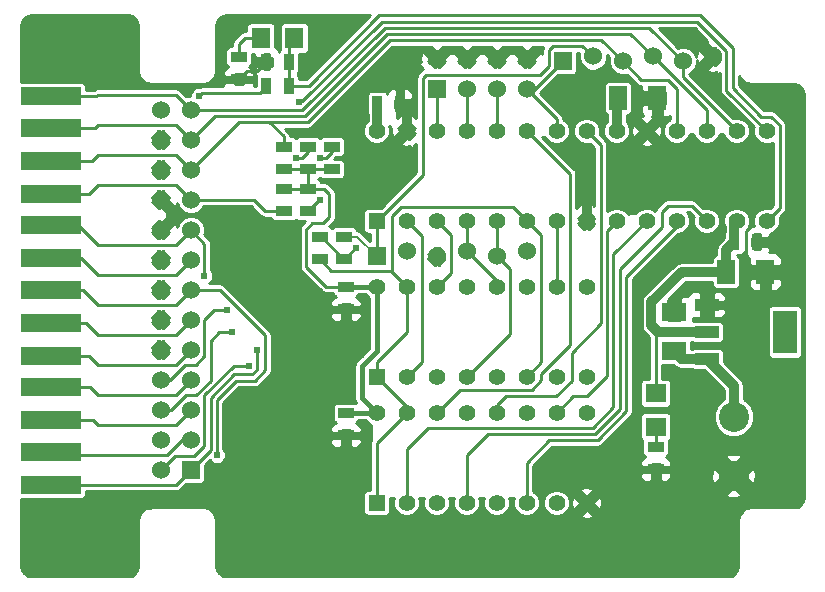
<source format=gtl>
G04 (created by PCBNEW-RS274X (2012-apr-16-27)-stable) date Saturday 07,June,2014 10:26:27 PM SGT*
G01*
G70*
G90*
%MOIN*%
G04 Gerber Fmt 3.4, Leading zero omitted, Abs format*
%FSLAX34Y34*%
G04 APERTURE LIST*
%ADD10C,0.006000*%
%ADD11R,0.200000X0.060000*%
%ADD12R,0.060000X0.080000*%
%ADD13R,0.060000X0.060000*%
%ADD14C,0.060000*%
%ADD15R,0.055000X0.055000*%
%ADD16C,0.055000*%
%ADD17C,0.100000*%
%ADD18R,0.035000X0.055000*%
%ADD19R,0.055000X0.035000*%
%ADD20R,0.080000X0.060000*%
%ADD21R,0.080000X0.144000*%
%ADD22R,0.080000X0.040000*%
%ADD23R,0.062900X0.070900*%
%ADD24R,0.070900X0.062900*%
%ADD25C,0.024000*%
%ADD26C,0.032000*%
%ADD27C,0.010000*%
%ADD28C,0.016000*%
%ADD29C,0.008000*%
G04 APERTURE END LIST*
G54D10*
G54D11*
X45450Y-47970D03*
X45450Y-46870D03*
X45450Y-45820D03*
X45450Y-44720D03*
X45450Y-43670D03*
X45450Y-42570D03*
X45450Y-41470D03*
X45450Y-40420D03*
X45450Y-39320D03*
X45450Y-38270D03*
X45450Y-37170D03*
X45450Y-36070D03*
X45450Y-35020D03*
G54D12*
X67950Y-40870D03*
X69250Y-40870D03*
G54D13*
X62500Y-33850D03*
G54D14*
X63500Y-33690D03*
X64500Y-33850D03*
X65500Y-33690D03*
X66500Y-33850D03*
X67500Y-33690D03*
G54D13*
X50100Y-47470D03*
G54D14*
X49100Y-47470D03*
X50100Y-46470D03*
X49100Y-46470D03*
X50100Y-45470D03*
X49100Y-45470D03*
X50100Y-44470D03*
X49100Y-44470D03*
X50100Y-43470D03*
X49100Y-43470D03*
X50100Y-42470D03*
X49100Y-42470D03*
X50100Y-41470D03*
X49100Y-41470D03*
X50100Y-40470D03*
X49100Y-40470D03*
X50100Y-39470D03*
X49100Y-39470D03*
X50100Y-38470D03*
X49100Y-38470D03*
X50100Y-37470D03*
X49100Y-37470D03*
X50100Y-36470D03*
X49100Y-36470D03*
X50100Y-35470D03*
X49100Y-35470D03*
G54D15*
X56300Y-48570D03*
G54D16*
X57300Y-48570D03*
X58300Y-48570D03*
X59300Y-48570D03*
X60300Y-48570D03*
X61300Y-48570D03*
X62300Y-48570D03*
X63300Y-48570D03*
X63300Y-45570D03*
X62300Y-45570D03*
X61300Y-45570D03*
X60300Y-45570D03*
X59300Y-45570D03*
X58300Y-45570D03*
X57300Y-45570D03*
X56300Y-45570D03*
G54D13*
X58300Y-34770D03*
G54D14*
X58300Y-33770D03*
X59300Y-34770D03*
X59300Y-33770D03*
X60300Y-34770D03*
X60300Y-33770D03*
X61300Y-34770D03*
X61300Y-33770D03*
G54D17*
X68200Y-45702D03*
X68200Y-47670D03*
G54D15*
X56300Y-44370D03*
G54D16*
X57300Y-44370D03*
X58300Y-44370D03*
X59300Y-44370D03*
X60300Y-44370D03*
X61300Y-44370D03*
X62300Y-44370D03*
X63300Y-44370D03*
X63300Y-41370D03*
X62300Y-41370D03*
X61300Y-41370D03*
X60300Y-41370D03*
X59300Y-41370D03*
X58300Y-41370D03*
X57300Y-41370D03*
X56300Y-41370D03*
X57300Y-39170D03*
X58300Y-39170D03*
X59300Y-39170D03*
X60300Y-39170D03*
X61300Y-39170D03*
X62300Y-39170D03*
X63300Y-39170D03*
X64300Y-39170D03*
X65300Y-39170D03*
X66300Y-39170D03*
X67300Y-39170D03*
X68300Y-39170D03*
X69300Y-39170D03*
G54D15*
X56300Y-39170D03*
G54D16*
X69300Y-36170D03*
X68300Y-36170D03*
X67300Y-36170D03*
X66300Y-36170D03*
X65300Y-36170D03*
X64300Y-36170D03*
X63300Y-36170D03*
X62300Y-36170D03*
X61300Y-36170D03*
X60300Y-36170D03*
X59300Y-36170D03*
X58300Y-36170D03*
X57300Y-36170D03*
X56300Y-36170D03*
G54D13*
X56300Y-40350D03*
G54D14*
X57300Y-40190D03*
X58300Y-40350D03*
X59300Y-40190D03*
X60300Y-40350D03*
X61300Y-40190D03*
G54D18*
X68225Y-39870D03*
X68975Y-39870D03*
G54D19*
X65600Y-47445D03*
X65600Y-46695D03*
X51700Y-34445D03*
X51700Y-33695D03*
X53200Y-37445D03*
X53200Y-36695D03*
X54000Y-37445D03*
X54000Y-36695D03*
X54000Y-38095D03*
X54000Y-38845D03*
X53200Y-38095D03*
X53200Y-38845D03*
G54D18*
X53375Y-34670D03*
X52625Y-34670D03*
X53375Y-33870D03*
X52625Y-33870D03*
G54D19*
X55200Y-40445D03*
X55200Y-39695D03*
X54800Y-37445D03*
X54800Y-36695D03*
G54D12*
X64350Y-35070D03*
X65650Y-35070D03*
G54D20*
X66200Y-43520D03*
X66200Y-42220D03*
G54D21*
X69900Y-42870D03*
G54D22*
X67300Y-42870D03*
X67300Y-43770D03*
X67300Y-41970D03*
G54D23*
X53559Y-33070D03*
X52441Y-33070D03*
G54D24*
X65600Y-44911D03*
X65600Y-46029D03*
G54D18*
X57075Y-35270D03*
X56325Y-35270D03*
G54D19*
X55275Y-41370D03*
X55275Y-42120D03*
X55275Y-45570D03*
X55275Y-46320D03*
X54400Y-39695D03*
X54400Y-40445D03*
G54D25*
X55600Y-40070D03*
X50560Y-41010D03*
X52310Y-43460D03*
X51320Y-42130D03*
X53700Y-35195D03*
X54400Y-38470D03*
X53600Y-37070D03*
X54400Y-37070D03*
X51470Y-42880D03*
X52030Y-44010D03*
X50380Y-35000D03*
X50980Y-46980D03*
X52200Y-34170D03*
G54D26*
X65680Y-42870D02*
X67300Y-42870D01*
X66470Y-40870D02*
X65460Y-41880D01*
X68225Y-39870D02*
X67950Y-40145D01*
X67950Y-40145D02*
X67950Y-40870D01*
X68300Y-39170D02*
X68225Y-39245D01*
G54D27*
X54400Y-39695D02*
X54450Y-39695D01*
G54D26*
X65460Y-41880D02*
X65460Y-42650D01*
G54D27*
X65600Y-42950D02*
X65680Y-42870D01*
G54D26*
X67950Y-40870D02*
X66470Y-40870D01*
X65460Y-42650D02*
X65680Y-42870D01*
G54D27*
X65600Y-44911D02*
X65600Y-42950D01*
X55225Y-40445D02*
X55600Y-40070D01*
X55200Y-40445D02*
X55225Y-40445D01*
X54450Y-39695D02*
X55200Y-40445D01*
G54D26*
X68225Y-39245D02*
X68225Y-39870D01*
X56325Y-36145D02*
X56325Y-35270D01*
X56300Y-36170D02*
X56325Y-36145D01*
G54D28*
X56300Y-41370D02*
X55275Y-41370D01*
G54D27*
X53200Y-38095D02*
X54000Y-38095D01*
G54D28*
X55800Y-44020D02*
X55800Y-45070D01*
G54D27*
X54000Y-38095D02*
X54000Y-37445D01*
G54D28*
X55800Y-45070D02*
X56300Y-45570D01*
X56300Y-43520D02*
X55800Y-44020D01*
G54D27*
X53950Y-40700D02*
X53950Y-39460D01*
X54620Y-41370D02*
X53950Y-40700D01*
G54D28*
X56300Y-45570D02*
X55275Y-45570D01*
G54D27*
X54000Y-37445D02*
X54800Y-37445D01*
G54D26*
X68200Y-44670D02*
X67300Y-43770D01*
G54D28*
X56300Y-41370D02*
X56300Y-43520D01*
G54D27*
X54720Y-38260D02*
X54555Y-38095D01*
X55275Y-41370D02*
X54620Y-41370D01*
X54720Y-39040D02*
X54720Y-38260D01*
X54510Y-39250D02*
X54720Y-39040D01*
X54555Y-38095D02*
X54000Y-38095D01*
X54160Y-39250D02*
X54510Y-39250D01*
G54D26*
X68200Y-45702D02*
X68200Y-44670D01*
X66450Y-43770D02*
X66200Y-43520D01*
X67300Y-43770D02*
X66450Y-43770D01*
G54D27*
X53200Y-37445D02*
X54000Y-37445D01*
X53950Y-39460D02*
X54160Y-39250D01*
X60730Y-42940D02*
X59300Y-44370D01*
X60730Y-40780D02*
X60730Y-42940D01*
X60300Y-40350D02*
X60300Y-39170D01*
X60300Y-40350D02*
X60730Y-40780D01*
X62300Y-39170D02*
X62300Y-41370D01*
X50560Y-39930D02*
X50100Y-39470D01*
X50100Y-39470D02*
X49600Y-39970D01*
X49600Y-39970D02*
X47000Y-39970D01*
X47000Y-39970D02*
X46350Y-39320D01*
X46350Y-39320D02*
X45450Y-39320D01*
X50560Y-41010D02*
X50560Y-39930D01*
X46450Y-40420D02*
X45450Y-40420D01*
X47000Y-40970D02*
X46450Y-40420D01*
X49600Y-40970D02*
X47000Y-40970D01*
X50100Y-40470D02*
X49600Y-40970D01*
X59300Y-36170D02*
X59300Y-34770D01*
X56300Y-48570D02*
X56300Y-46570D01*
X60850Y-38720D02*
X61300Y-39170D01*
X57300Y-42870D02*
X57300Y-41370D01*
X57300Y-45570D02*
X57300Y-45370D01*
X57300Y-41370D02*
X56800Y-40870D01*
X56800Y-39020D02*
X57100Y-38720D01*
X57100Y-38720D02*
X60600Y-38720D01*
X60600Y-38720D02*
X60850Y-38720D01*
X54400Y-40445D02*
X54785Y-40830D01*
X57300Y-45370D02*
X56300Y-44370D01*
X56760Y-40830D02*
X56800Y-40870D01*
X56800Y-40870D02*
X56800Y-39020D01*
X56300Y-46570D02*
X57300Y-45570D01*
X54785Y-40830D02*
X56760Y-40830D01*
X61780Y-43890D02*
X61300Y-44370D01*
X61780Y-39650D02*
X61780Y-43890D01*
X61300Y-39170D02*
X61780Y-39650D01*
X56300Y-43870D02*
X57300Y-42870D01*
X56300Y-44370D02*
X56300Y-43870D01*
X51542Y-44290D02*
X52160Y-44290D01*
X45450Y-47970D02*
X49600Y-47970D01*
X52310Y-44140D02*
X52310Y-43460D01*
X50100Y-47470D02*
X50762Y-46808D01*
X50762Y-45070D02*
X51542Y-44290D01*
X49600Y-47970D02*
X50100Y-47470D01*
X50762Y-46808D02*
X50762Y-45070D01*
X52160Y-44290D02*
X52310Y-44140D01*
X49410Y-44470D02*
X49910Y-43970D01*
X49910Y-43970D02*
X50280Y-43970D01*
X49410Y-44470D02*
X49100Y-44470D01*
X50560Y-42460D02*
X50890Y-42130D01*
X50560Y-43690D02*
X50560Y-42460D01*
X50280Y-43970D02*
X50560Y-43690D01*
X50890Y-42130D02*
X51320Y-42130D01*
X69300Y-36170D02*
X69300Y-36160D01*
X66988Y-32528D02*
X67960Y-33500D01*
X53820Y-35180D02*
X56472Y-32528D01*
X54400Y-38470D02*
X54375Y-38470D01*
X65850Y-32528D02*
X65838Y-32528D01*
X54375Y-38470D02*
X54000Y-38845D01*
X53715Y-35180D02*
X53700Y-35195D01*
X67960Y-33500D02*
X67960Y-34830D01*
X65850Y-32528D02*
X66988Y-32528D01*
X67960Y-34830D02*
X69300Y-36170D01*
X56472Y-32528D02*
X65850Y-32528D01*
X53820Y-35180D02*
X53715Y-35180D01*
X53200Y-36350D02*
X52724Y-35874D01*
X47000Y-36970D02*
X46800Y-37170D01*
X49600Y-36970D02*
X47000Y-36970D01*
X66300Y-34776D02*
X66300Y-36170D01*
X65997Y-34473D02*
X66300Y-34776D01*
X53200Y-36695D02*
X53200Y-36350D01*
X50100Y-37470D02*
X49600Y-36970D01*
X51696Y-35874D02*
X52724Y-35874D01*
X46800Y-37170D02*
X45450Y-37170D01*
X63790Y-33140D02*
X56730Y-33140D01*
X64500Y-33850D02*
X65123Y-34473D01*
X50100Y-37470D02*
X51696Y-35874D01*
X63790Y-33140D02*
X64500Y-33850D01*
X52724Y-35874D02*
X53996Y-35874D01*
X65123Y-34473D02*
X65997Y-34473D01*
X56730Y-33140D02*
X53996Y-35874D01*
X64748Y-32938D02*
X65500Y-33690D01*
X50100Y-36470D02*
X49600Y-35970D01*
X56646Y-32938D02*
X53912Y-35672D01*
X50898Y-35672D02*
X53912Y-35672D01*
X46900Y-36070D02*
X45450Y-36070D01*
X64748Y-32938D02*
X56646Y-32938D01*
X54000Y-36870D02*
X53800Y-37070D01*
X50100Y-36470D02*
X50898Y-35672D01*
X49600Y-35970D02*
X47000Y-35970D01*
X47000Y-35970D02*
X46900Y-36070D01*
X54000Y-36695D02*
X54000Y-36870D01*
X65500Y-33690D02*
X67300Y-35490D01*
X67300Y-35490D02*
X67300Y-36170D01*
X53800Y-37070D02*
X53600Y-37070D01*
X65380Y-32730D02*
X66500Y-33850D01*
X54800Y-36870D02*
X54600Y-37070D01*
X56568Y-32730D02*
X53828Y-35470D01*
X66500Y-34370D02*
X68300Y-36170D01*
X50100Y-35470D02*
X53828Y-35470D01*
X46950Y-35020D02*
X45450Y-35020D01*
X66500Y-33850D02*
X66500Y-34370D01*
X54600Y-37070D02*
X54400Y-37070D01*
X54800Y-36695D02*
X54800Y-36870D01*
X49600Y-34970D02*
X47000Y-34970D01*
X65380Y-32730D02*
X56568Y-32730D01*
X50100Y-35470D02*
X49600Y-34970D01*
X47000Y-34970D02*
X46950Y-35020D01*
X68162Y-33416D02*
X68162Y-34746D01*
X67066Y-32320D02*
X68162Y-33416D01*
X53375Y-34670D02*
X53375Y-33870D01*
X69450Y-35700D02*
X69730Y-35980D01*
X69116Y-35700D02*
X69450Y-35700D01*
X68162Y-34746D02*
X69116Y-35700D01*
X66780Y-32320D02*
X56394Y-32320D01*
X53375Y-33254D02*
X53559Y-33070D01*
X66780Y-32320D02*
X67066Y-32320D01*
X53375Y-33870D02*
X53375Y-33254D01*
X53375Y-34670D02*
X54044Y-34670D01*
X69730Y-38740D02*
X69730Y-35980D01*
X69730Y-38740D02*
X69300Y-39170D01*
X56394Y-32320D02*
X54044Y-34670D01*
X57840Y-34410D02*
X57940Y-34310D01*
X56300Y-40350D02*
X56300Y-39170D01*
X62040Y-34020D02*
X62040Y-33480D01*
X57940Y-34310D02*
X60360Y-34310D01*
X62178Y-33342D02*
X63152Y-33342D01*
X63152Y-33342D02*
X63500Y-33690D01*
X60360Y-34310D02*
X61750Y-34310D01*
X62040Y-33480D02*
X62178Y-33342D01*
X56300Y-39170D02*
X57840Y-37630D01*
X57840Y-37630D02*
X57840Y-34410D01*
G54D29*
X55200Y-39695D02*
X55645Y-39695D01*
X55645Y-39695D02*
X56300Y-40350D01*
G54D27*
X61750Y-34310D02*
X62040Y-34020D01*
X62300Y-35770D02*
X61300Y-34770D01*
X62300Y-36170D02*
X62300Y-35770D01*
X61300Y-34770D02*
X61580Y-34770D01*
X61580Y-34770D02*
X62500Y-33850D01*
X50290Y-44970D02*
X50762Y-44498D01*
X51060Y-42880D02*
X51470Y-42880D01*
X49430Y-45470D02*
X49930Y-44970D01*
X50762Y-44498D02*
X50762Y-43178D01*
X50762Y-43178D02*
X51060Y-42880D01*
X49430Y-45470D02*
X49100Y-45470D01*
X49930Y-44970D02*
X50290Y-44970D01*
X60300Y-36170D02*
X60300Y-34770D01*
X57300Y-39170D02*
X57800Y-39670D01*
X57800Y-43870D02*
X57300Y-44370D01*
X57800Y-39670D02*
X57800Y-43870D01*
X58770Y-39640D02*
X58770Y-40900D01*
X58770Y-40900D02*
X58300Y-41370D01*
X58300Y-39170D02*
X58770Y-39640D01*
X59300Y-40190D02*
X59300Y-39170D01*
X59300Y-40190D02*
X60300Y-41190D01*
X60300Y-41190D02*
X60300Y-41370D01*
X58300Y-36170D02*
X58300Y-34770D01*
X50560Y-44986D02*
X50560Y-46660D01*
X51536Y-44010D02*
X50560Y-44986D01*
X49577Y-46993D02*
X49100Y-47470D01*
X50227Y-46993D02*
X49577Y-46993D01*
X52030Y-44010D02*
X51536Y-44010D01*
X50560Y-46660D02*
X50227Y-46993D01*
X47000Y-37970D02*
X46700Y-38270D01*
X49600Y-37970D02*
X47000Y-37970D01*
X50100Y-38470D02*
X52210Y-38470D01*
X50380Y-35000D02*
X50480Y-34900D01*
X52585Y-38845D02*
X53200Y-38845D01*
X50100Y-38470D02*
X49600Y-37970D01*
X52210Y-38470D02*
X52585Y-38845D01*
X52395Y-34900D02*
X52625Y-34670D01*
X50480Y-34900D02*
X52395Y-34900D01*
X46700Y-38270D02*
X45450Y-38270D01*
X66300Y-39346D02*
X64620Y-41026D01*
X64620Y-41026D02*
X64620Y-45522D01*
X64620Y-45522D02*
X63662Y-46480D01*
X63662Y-46480D02*
X62060Y-46480D01*
X62060Y-46480D02*
X61300Y-47240D01*
X66300Y-39170D02*
X66300Y-39346D01*
X61300Y-47240D02*
X61300Y-48570D01*
X60018Y-46272D02*
X59300Y-46990D01*
X65800Y-39370D02*
X64400Y-40770D01*
X63584Y-46272D02*
X60018Y-46272D01*
X67300Y-39170D02*
X66800Y-38670D01*
X64400Y-45456D02*
X63584Y-46272D01*
X64400Y-40770D02*
X64400Y-45456D01*
X66800Y-38670D02*
X66000Y-38670D01*
X65800Y-38870D02*
X65800Y-39370D01*
X66000Y-38670D02*
X65800Y-38870D01*
X59300Y-46990D02*
X59300Y-48570D01*
X47000Y-45970D02*
X46850Y-45820D01*
X50100Y-45470D02*
X49600Y-45970D01*
X49600Y-45970D02*
X47000Y-45970D01*
X46850Y-45820D02*
X45450Y-45820D01*
X50100Y-46470D02*
X49814Y-46470D01*
X45550Y-46970D02*
X45450Y-46870D01*
X49314Y-46970D02*
X45550Y-46970D01*
X49814Y-46470D02*
X49314Y-46970D01*
X60602Y-45010D02*
X62290Y-45010D01*
X63770Y-42590D02*
X63770Y-36640D01*
X63770Y-36640D02*
X63300Y-36170D01*
X60300Y-45312D02*
X60602Y-45010D01*
X60300Y-45570D02*
X60300Y-45312D01*
X62800Y-43560D02*
X63770Y-42590D01*
X62800Y-44500D02*
X62800Y-43560D01*
X62290Y-45010D02*
X62800Y-44500D01*
X58300Y-45570D02*
X59070Y-44800D01*
X59070Y-44800D02*
X61480Y-44800D01*
X61790Y-44490D02*
X61790Y-44270D01*
X61790Y-44270D02*
X62740Y-43320D01*
X61480Y-44800D02*
X61790Y-44490D01*
X62740Y-37610D02*
X61300Y-36170D01*
X62740Y-43320D02*
X62740Y-37610D01*
X50100Y-43470D02*
X49600Y-43970D01*
X47000Y-43970D02*
X46700Y-43670D01*
X46700Y-43670D02*
X45450Y-43670D01*
X49600Y-43970D02*
X47000Y-43970D01*
X50100Y-44470D02*
X49600Y-44970D01*
X47000Y-44970D02*
X46750Y-44720D01*
X46750Y-44720D02*
X45450Y-44720D01*
X49600Y-44970D02*
X47000Y-44970D01*
X64180Y-45390D02*
X63500Y-46070D01*
X57300Y-46770D02*
X57300Y-48570D01*
X58000Y-46070D02*
X57300Y-46770D01*
X65300Y-39170D02*
X64180Y-40290D01*
X64180Y-40290D02*
X64180Y-45390D01*
X63500Y-46070D02*
X58000Y-46070D01*
X63972Y-39498D02*
X64300Y-39170D01*
X63300Y-45010D02*
X63972Y-44338D01*
X62300Y-45570D02*
X62860Y-45010D01*
X62860Y-45010D02*
X63300Y-45010D01*
X63972Y-44338D02*
X63972Y-39498D01*
X52590Y-42990D02*
X51070Y-41470D01*
X52244Y-44492D02*
X52590Y-44146D01*
X50964Y-46964D02*
X50964Y-45154D01*
X49600Y-41970D02*
X47000Y-41970D01*
X50980Y-46980D02*
X50964Y-46964D01*
X47000Y-41970D02*
X46500Y-41470D01*
X46500Y-41470D02*
X45450Y-41470D01*
X50100Y-41470D02*
X49600Y-41970D01*
X52590Y-43340D02*
X52590Y-42990D01*
X52590Y-44146D02*
X52590Y-43340D01*
X51626Y-44492D02*
X52244Y-44492D01*
X50964Y-45154D02*
X51626Y-44492D01*
X51070Y-41470D02*
X50100Y-41470D01*
X47000Y-42970D02*
X46600Y-42570D01*
X49600Y-42970D02*
X47000Y-42970D01*
X46600Y-42570D02*
X45450Y-42570D01*
X50100Y-42470D02*
X49600Y-42970D01*
X68610Y-39500D02*
X68800Y-39310D01*
X68610Y-40650D02*
X68610Y-39500D01*
X68830Y-40870D02*
X68610Y-40650D01*
X52625Y-33870D02*
X52325Y-34170D01*
X52325Y-34170D02*
X52200Y-34170D01*
X51975Y-34170D02*
X52200Y-34170D01*
X69250Y-40870D02*
X68830Y-40870D01*
G54D26*
X57300Y-36170D02*
X57300Y-35495D01*
G54D27*
X51975Y-34170D02*
X51700Y-34445D01*
G54D26*
X63300Y-39170D02*
X63300Y-38270D01*
X57300Y-35495D02*
X57075Y-35270D01*
G54D27*
X65600Y-46695D02*
X65600Y-46029D01*
X51700Y-33695D02*
X51700Y-33270D01*
X51900Y-33070D02*
X52441Y-33070D01*
X51700Y-33270D02*
X51900Y-33070D01*
G54D26*
X64300Y-36170D02*
X64300Y-35120D01*
X64300Y-35120D02*
X64350Y-35070D01*
G54D10*
G36*
X49383Y-36541D02*
X49174Y-36750D01*
X49168Y-36750D01*
X49100Y-36682D01*
X49032Y-36750D01*
X49026Y-36750D01*
X48888Y-36612D01*
X48817Y-36541D01*
X48888Y-36470D01*
X48817Y-36399D01*
X49026Y-36190D01*
X49032Y-36190D01*
X49100Y-36258D01*
X49168Y-36190D01*
X49174Y-36190D01*
X49383Y-36399D01*
X49312Y-36470D01*
X49383Y-36541D01*
X49383Y-36541D01*
G37*
G54D27*
X49383Y-36541D02*
X49174Y-36750D01*
X49168Y-36750D01*
X49100Y-36682D01*
X49032Y-36750D01*
X49026Y-36750D01*
X48888Y-36612D01*
X48817Y-36541D01*
X48888Y-36470D01*
X48817Y-36399D01*
X49026Y-36190D01*
X49032Y-36190D01*
X49100Y-36258D01*
X49168Y-36190D01*
X49174Y-36190D01*
X49383Y-36399D01*
X49312Y-36470D01*
X49383Y-36541D01*
G54D10*
G36*
X49383Y-37541D02*
X49174Y-37750D01*
X49168Y-37750D01*
X49100Y-37682D01*
X49032Y-37750D01*
X49026Y-37750D01*
X48888Y-37612D01*
X48817Y-37541D01*
X48888Y-37470D01*
X48817Y-37399D01*
X49026Y-37190D01*
X49032Y-37190D01*
X49100Y-37258D01*
X49168Y-37190D01*
X49174Y-37190D01*
X49383Y-37399D01*
X49312Y-37470D01*
X49383Y-37541D01*
X49383Y-37541D01*
G37*
G54D27*
X49383Y-37541D02*
X49174Y-37750D01*
X49168Y-37750D01*
X49100Y-37682D01*
X49032Y-37750D01*
X49026Y-37750D01*
X48888Y-37612D01*
X48817Y-37541D01*
X48888Y-37470D01*
X48817Y-37399D01*
X49026Y-37190D01*
X49032Y-37190D01*
X49100Y-37258D01*
X49168Y-37190D01*
X49174Y-37190D01*
X49383Y-37399D01*
X49312Y-37470D01*
X49383Y-37541D01*
G54D10*
G36*
X49383Y-40541D02*
X49174Y-40750D01*
X49168Y-40750D01*
X49100Y-40682D01*
X49032Y-40750D01*
X49026Y-40750D01*
X48888Y-40612D01*
X48817Y-40541D01*
X48888Y-40470D01*
X48817Y-40399D01*
X49026Y-40190D01*
X49032Y-40190D01*
X49100Y-40258D01*
X49168Y-40190D01*
X49174Y-40190D01*
X49383Y-40399D01*
X49312Y-40470D01*
X49383Y-40541D01*
X49383Y-40541D01*
G37*
G54D27*
X49383Y-40541D02*
X49174Y-40750D01*
X49168Y-40750D01*
X49100Y-40682D01*
X49032Y-40750D01*
X49026Y-40750D01*
X48888Y-40612D01*
X48817Y-40541D01*
X48888Y-40470D01*
X48817Y-40399D01*
X49026Y-40190D01*
X49032Y-40190D01*
X49100Y-40258D01*
X49168Y-40190D01*
X49174Y-40190D01*
X49383Y-40399D01*
X49312Y-40470D01*
X49383Y-40541D01*
G54D10*
G36*
X49383Y-41541D02*
X49174Y-41750D01*
X49168Y-41750D01*
X49100Y-41682D01*
X49032Y-41750D01*
X49026Y-41750D01*
X48888Y-41612D01*
X48817Y-41541D01*
X48888Y-41470D01*
X48817Y-41399D01*
X49026Y-41190D01*
X49032Y-41190D01*
X49100Y-41258D01*
X49168Y-41190D01*
X49174Y-41190D01*
X49383Y-41399D01*
X49312Y-41470D01*
X49383Y-41541D01*
X49383Y-41541D01*
G37*
G54D27*
X49383Y-41541D02*
X49174Y-41750D01*
X49168Y-41750D01*
X49100Y-41682D01*
X49032Y-41750D01*
X49026Y-41750D01*
X48888Y-41612D01*
X48817Y-41541D01*
X48888Y-41470D01*
X48817Y-41399D01*
X49026Y-41190D01*
X49032Y-41190D01*
X49100Y-41258D01*
X49168Y-41190D01*
X49174Y-41190D01*
X49383Y-41399D01*
X49312Y-41470D01*
X49383Y-41541D01*
G54D10*
G36*
X49383Y-42541D02*
X49174Y-42750D01*
X49168Y-42750D01*
X49100Y-42682D01*
X49032Y-42750D01*
X49026Y-42750D01*
X48888Y-42612D01*
X48817Y-42541D01*
X48888Y-42470D01*
X48817Y-42399D01*
X49026Y-42190D01*
X49032Y-42190D01*
X49100Y-42258D01*
X49168Y-42190D01*
X49174Y-42190D01*
X49383Y-42399D01*
X49312Y-42470D01*
X49383Y-42541D01*
X49383Y-42541D01*
G37*
G54D27*
X49383Y-42541D02*
X49174Y-42750D01*
X49168Y-42750D01*
X49100Y-42682D01*
X49032Y-42750D01*
X49026Y-42750D01*
X48888Y-42612D01*
X48817Y-42541D01*
X48888Y-42470D01*
X48817Y-42399D01*
X49026Y-42190D01*
X49032Y-42190D01*
X49100Y-42258D01*
X49168Y-42190D01*
X49174Y-42190D01*
X49383Y-42399D01*
X49312Y-42470D01*
X49383Y-42541D01*
G54D10*
G36*
X49383Y-43541D02*
X49174Y-43750D01*
X49168Y-43750D01*
X49100Y-43682D01*
X49032Y-43750D01*
X49026Y-43750D01*
X48888Y-43612D01*
X48817Y-43541D01*
X48888Y-43470D01*
X48817Y-43399D01*
X49026Y-43190D01*
X49032Y-43190D01*
X49100Y-43258D01*
X49168Y-43190D01*
X49174Y-43190D01*
X49383Y-43399D01*
X49312Y-43470D01*
X49383Y-43541D01*
X49383Y-43541D01*
G37*
G54D27*
X49383Y-43541D02*
X49174Y-43750D01*
X49168Y-43750D01*
X49100Y-43682D01*
X49032Y-43750D01*
X49026Y-43750D01*
X48888Y-43612D01*
X48817Y-43541D01*
X48888Y-43470D01*
X48817Y-43399D01*
X49026Y-43190D01*
X49032Y-43190D01*
X49100Y-43258D01*
X49168Y-43190D01*
X49174Y-43190D01*
X49383Y-43399D01*
X49312Y-43470D01*
X49383Y-43541D01*
G54D10*
G36*
X52800Y-34007D02*
X52712Y-34007D01*
X52712Y-34120D01*
X52538Y-34120D01*
X52538Y-34007D01*
X52262Y-34007D01*
X52200Y-34069D01*
X52201Y-34096D01*
X52201Y-34165D01*
X52186Y-34129D01*
X52116Y-34059D01*
X52039Y-34027D01*
X52071Y-34014D01*
X52119Y-33966D01*
X52145Y-33904D01*
X52145Y-33836D01*
X52145Y-33594D01*
X52161Y-33594D01*
X52201Y-33594D01*
X52201Y-33644D01*
X52200Y-33671D01*
X52262Y-33733D01*
X52538Y-33733D01*
X52538Y-33620D01*
X52712Y-33620D01*
X52712Y-33733D01*
X52800Y-33733D01*
X52800Y-34007D01*
X52800Y-34007D01*
G37*
G54D27*
X52800Y-34007D02*
X52712Y-34007D01*
X52712Y-34120D01*
X52538Y-34120D01*
X52538Y-34007D01*
X52262Y-34007D01*
X52200Y-34069D01*
X52201Y-34096D01*
X52201Y-34165D01*
X52186Y-34129D01*
X52116Y-34059D01*
X52039Y-34027D01*
X52071Y-34014D01*
X52119Y-33966D01*
X52145Y-33904D01*
X52145Y-33836D01*
X52145Y-33594D01*
X52161Y-33594D01*
X52201Y-33594D01*
X52201Y-33644D01*
X52200Y-33671D01*
X52262Y-33733D01*
X52538Y-33733D01*
X52538Y-33620D01*
X52712Y-33620D01*
X52712Y-33733D01*
X52800Y-33733D01*
X52800Y-34007D01*
G54D10*
G36*
X56082Y-32320D02*
X53952Y-34450D01*
X53720Y-34450D01*
X53720Y-34361D01*
X53694Y-34299D01*
X53665Y-34270D01*
X53694Y-34241D01*
X53720Y-34179D01*
X53720Y-34111D01*
X53720Y-33594D01*
X53907Y-33594D01*
X53969Y-33568D01*
X54017Y-33520D01*
X54043Y-33458D01*
X54043Y-33390D01*
X54043Y-32682D01*
X54017Y-32620D01*
X53969Y-32572D01*
X53907Y-32546D01*
X53839Y-32546D01*
X53211Y-32546D01*
X53149Y-32572D01*
X53101Y-32620D01*
X53075Y-32682D01*
X53075Y-32750D01*
X53075Y-33458D01*
X53081Y-33473D01*
X53056Y-33499D01*
X53042Y-33530D01*
X53011Y-33454D01*
X52941Y-33384D01*
X52925Y-33377D01*
X52925Y-33345D01*
X52925Y-32682D01*
X52899Y-32620D01*
X52851Y-32572D01*
X52789Y-32546D01*
X52721Y-32546D01*
X52093Y-32546D01*
X52031Y-32572D01*
X51983Y-32620D01*
X51957Y-32682D01*
X51957Y-32750D01*
X51957Y-32850D01*
X51900Y-32850D01*
X51899Y-32850D01*
X51882Y-32853D01*
X51816Y-32867D01*
X51744Y-32914D01*
X51742Y-32916D01*
X51544Y-33114D01*
X51497Y-33186D01*
X51479Y-33270D01*
X51480Y-33274D01*
X51480Y-33350D01*
X51391Y-33350D01*
X51329Y-33376D01*
X51281Y-33424D01*
X51255Y-33486D01*
X51255Y-33554D01*
X51255Y-33904D01*
X51281Y-33966D01*
X51329Y-34014D01*
X51360Y-34027D01*
X51284Y-34059D01*
X51214Y-34129D01*
X51176Y-34221D01*
X51175Y-34296D01*
X51237Y-34358D01*
X51563Y-34358D01*
X51563Y-34270D01*
X51837Y-34270D01*
X51837Y-34358D01*
X52163Y-34358D01*
X52225Y-34296D01*
X52224Y-34251D01*
X52239Y-34286D01*
X52290Y-34337D01*
X52280Y-34361D01*
X52280Y-34429D01*
X52280Y-34680D01*
X52219Y-34680D01*
X52224Y-34669D01*
X52225Y-34594D01*
X52163Y-34532D01*
X51837Y-34532D01*
X51837Y-34620D01*
X51563Y-34620D01*
X51563Y-34532D01*
X51237Y-34532D01*
X51175Y-34594D01*
X51176Y-34669D01*
X51180Y-34680D01*
X50480Y-34680D01*
X50396Y-34697D01*
X50374Y-34711D01*
X50323Y-34711D01*
X50217Y-34755D01*
X50135Y-34836D01*
X50091Y-34942D01*
X50091Y-35000D01*
X50007Y-35000D01*
X49960Y-35019D01*
X49756Y-34814D01*
X49684Y-34767D01*
X49600Y-34749D01*
X49595Y-34750D01*
X47000Y-34750D01*
X46999Y-34750D01*
X46982Y-34753D01*
X46916Y-34767D01*
X46865Y-34800D01*
X46620Y-34800D01*
X46620Y-34686D01*
X46594Y-34624D01*
X46546Y-34576D01*
X46484Y-34550D01*
X46416Y-34550D01*
X44450Y-34550D01*
X44450Y-32675D01*
X44477Y-32536D01*
X44553Y-32423D01*
X44666Y-32347D01*
X44805Y-32320D01*
X47995Y-32320D01*
X48134Y-32347D01*
X48247Y-32423D01*
X48323Y-32536D01*
X48350Y-32675D01*
X48350Y-34175D01*
X48383Y-34342D01*
X48481Y-34489D01*
X48628Y-34587D01*
X48795Y-34620D01*
X50505Y-34620D01*
X50672Y-34587D01*
X50819Y-34489D01*
X50917Y-34342D01*
X50950Y-34175D01*
X50950Y-32675D01*
X50977Y-32536D01*
X51053Y-32423D01*
X51166Y-32347D01*
X51305Y-32320D01*
X56082Y-32320D01*
X56082Y-32320D01*
G37*
G54D27*
X56082Y-32320D02*
X53952Y-34450D01*
X53720Y-34450D01*
X53720Y-34361D01*
X53694Y-34299D01*
X53665Y-34270D01*
X53694Y-34241D01*
X53720Y-34179D01*
X53720Y-34111D01*
X53720Y-33594D01*
X53907Y-33594D01*
X53969Y-33568D01*
X54017Y-33520D01*
X54043Y-33458D01*
X54043Y-33390D01*
X54043Y-32682D01*
X54017Y-32620D01*
X53969Y-32572D01*
X53907Y-32546D01*
X53839Y-32546D01*
X53211Y-32546D01*
X53149Y-32572D01*
X53101Y-32620D01*
X53075Y-32682D01*
X53075Y-32750D01*
X53075Y-33458D01*
X53081Y-33473D01*
X53056Y-33499D01*
X53042Y-33530D01*
X53011Y-33454D01*
X52941Y-33384D01*
X52925Y-33377D01*
X52925Y-33345D01*
X52925Y-32682D01*
X52899Y-32620D01*
X52851Y-32572D01*
X52789Y-32546D01*
X52721Y-32546D01*
X52093Y-32546D01*
X52031Y-32572D01*
X51983Y-32620D01*
X51957Y-32682D01*
X51957Y-32750D01*
X51957Y-32850D01*
X51900Y-32850D01*
X51899Y-32850D01*
X51882Y-32853D01*
X51816Y-32867D01*
X51744Y-32914D01*
X51742Y-32916D01*
X51544Y-33114D01*
X51497Y-33186D01*
X51479Y-33270D01*
X51480Y-33274D01*
X51480Y-33350D01*
X51391Y-33350D01*
X51329Y-33376D01*
X51281Y-33424D01*
X51255Y-33486D01*
X51255Y-33554D01*
X51255Y-33904D01*
X51281Y-33966D01*
X51329Y-34014D01*
X51360Y-34027D01*
X51284Y-34059D01*
X51214Y-34129D01*
X51176Y-34221D01*
X51175Y-34296D01*
X51237Y-34358D01*
X51563Y-34358D01*
X51563Y-34270D01*
X51837Y-34270D01*
X51837Y-34358D01*
X52163Y-34358D01*
X52225Y-34296D01*
X52224Y-34251D01*
X52239Y-34286D01*
X52290Y-34337D01*
X52280Y-34361D01*
X52280Y-34429D01*
X52280Y-34680D01*
X52219Y-34680D01*
X52224Y-34669D01*
X52225Y-34594D01*
X52163Y-34532D01*
X51837Y-34532D01*
X51837Y-34620D01*
X51563Y-34620D01*
X51563Y-34532D01*
X51237Y-34532D01*
X51175Y-34594D01*
X51176Y-34669D01*
X51180Y-34680D01*
X50480Y-34680D01*
X50396Y-34697D01*
X50374Y-34711D01*
X50323Y-34711D01*
X50217Y-34755D01*
X50135Y-34836D01*
X50091Y-34942D01*
X50091Y-35000D01*
X50007Y-35000D01*
X49960Y-35019D01*
X49756Y-34814D01*
X49684Y-34767D01*
X49600Y-34749D01*
X49595Y-34750D01*
X47000Y-34750D01*
X46999Y-34750D01*
X46982Y-34753D01*
X46916Y-34767D01*
X46865Y-34800D01*
X46620Y-34800D01*
X46620Y-34686D01*
X46594Y-34624D01*
X46546Y-34576D01*
X46484Y-34550D01*
X46416Y-34550D01*
X44450Y-34550D01*
X44450Y-32675D01*
X44477Y-32536D01*
X44553Y-32423D01*
X44666Y-32347D01*
X44805Y-32320D01*
X47995Y-32320D01*
X48134Y-32347D01*
X48247Y-32423D01*
X48323Y-32536D01*
X48350Y-32675D01*
X48350Y-34175D01*
X48383Y-34342D01*
X48481Y-34489D01*
X48628Y-34587D01*
X48795Y-34620D01*
X50505Y-34620D01*
X50672Y-34587D01*
X50819Y-34489D01*
X50917Y-34342D01*
X50950Y-34175D01*
X50950Y-32675D01*
X50977Y-32536D01*
X51053Y-32423D01*
X51166Y-32347D01*
X51305Y-32320D01*
X56082Y-32320D01*
G54D10*
G36*
X58550Y-40454D02*
X58371Y-40633D01*
X58300Y-40562D01*
X58229Y-40633D01*
X58020Y-40424D01*
X58020Y-40418D01*
X58088Y-40350D01*
X58020Y-40282D01*
X58020Y-40276D01*
X58229Y-40067D01*
X58300Y-40138D01*
X58371Y-40067D01*
X58522Y-40218D01*
X58550Y-40246D01*
X58550Y-40312D01*
X58522Y-40340D01*
X58512Y-40350D01*
X58550Y-40388D01*
X58550Y-40454D01*
X58550Y-40454D01*
G37*
G54D27*
X58550Y-40454D02*
X58371Y-40633D01*
X58300Y-40562D01*
X58229Y-40633D01*
X58020Y-40424D01*
X58020Y-40418D01*
X58088Y-40350D01*
X58020Y-40282D01*
X58020Y-40276D01*
X58229Y-40067D01*
X58300Y-40138D01*
X58371Y-40067D01*
X58522Y-40218D01*
X58550Y-40246D01*
X58550Y-40312D01*
X58522Y-40340D01*
X58512Y-40350D01*
X58550Y-40388D01*
X58550Y-40454D01*
G54D10*
G36*
X61860Y-33360D02*
X61837Y-33396D01*
X61819Y-33480D01*
X61820Y-33484D01*
X61820Y-33600D01*
X61816Y-33580D01*
X61734Y-33548D01*
X61512Y-33770D01*
X61583Y-33841D01*
X61371Y-34053D01*
X61300Y-33982D01*
X61229Y-34053D01*
X61088Y-33912D01*
X61017Y-33841D01*
X61088Y-33770D01*
X60866Y-33548D01*
X60800Y-33573D01*
X60734Y-33548D01*
X60512Y-33770D01*
X60583Y-33841D01*
X60371Y-34053D01*
X60300Y-33982D01*
X60229Y-34053D01*
X60088Y-33912D01*
X60017Y-33841D01*
X60088Y-33770D01*
X59866Y-33548D01*
X59800Y-33573D01*
X59734Y-33548D01*
X59512Y-33770D01*
X59583Y-33841D01*
X59371Y-34053D01*
X59300Y-33982D01*
X59229Y-34053D01*
X59088Y-33912D01*
X59017Y-33841D01*
X59088Y-33770D01*
X58866Y-33548D01*
X58800Y-33573D01*
X58734Y-33548D01*
X58512Y-33770D01*
X58583Y-33841D01*
X58371Y-34053D01*
X58300Y-33982D01*
X58229Y-34053D01*
X58088Y-33912D01*
X58017Y-33841D01*
X58088Y-33770D01*
X57866Y-33548D01*
X57784Y-33580D01*
X57751Y-33792D01*
X57767Y-33878D01*
X57693Y-33953D01*
X57850Y-34110D01*
X57784Y-34154D01*
X57782Y-34156D01*
X57684Y-34254D01*
X57637Y-34326D01*
X57619Y-34410D01*
X57620Y-34414D01*
X57620Y-35735D01*
X57493Y-35608D01*
X57499Y-35595D01*
X57499Y-35496D01*
X57500Y-35469D01*
X57500Y-35071D01*
X57499Y-35044D01*
X57499Y-34945D01*
X57461Y-34854D01*
X57391Y-34784D01*
X57299Y-34746D01*
X57224Y-34745D01*
X57162Y-34807D01*
X57162Y-35133D01*
X57438Y-35133D01*
X57500Y-35071D01*
X57500Y-35469D01*
X57438Y-35407D01*
X57162Y-35407D01*
X57162Y-35607D01*
X57135Y-35580D01*
X56988Y-35727D01*
X56988Y-35407D01*
X56900Y-35407D01*
X56900Y-35133D01*
X56988Y-35133D01*
X56988Y-34807D01*
X56926Y-34745D01*
X56851Y-34746D01*
X56759Y-34784D01*
X56689Y-34854D01*
X56657Y-34930D01*
X56644Y-34899D01*
X56596Y-34851D01*
X56534Y-34825D01*
X56466Y-34825D01*
X56116Y-34825D01*
X56054Y-34851D01*
X56006Y-34899D01*
X55980Y-34961D01*
X55980Y-35029D01*
X55980Y-35579D01*
X55995Y-35614D01*
X55995Y-35847D01*
X55924Y-35918D01*
X55856Y-36081D01*
X55856Y-36258D01*
X55923Y-36421D01*
X56048Y-36546D01*
X56211Y-36614D01*
X56388Y-36614D01*
X56551Y-36547D01*
X56676Y-36422D01*
X56744Y-36259D01*
X56744Y-36082D01*
X56713Y-36008D01*
X56792Y-36087D01*
X56776Y-36185D01*
X56811Y-36357D01*
X56891Y-36386D01*
X57106Y-36170D01*
X57026Y-36089D01*
X57219Y-35896D01*
X57300Y-35976D01*
X57380Y-35896D01*
X57516Y-36032D01*
X57573Y-36089D01*
X57516Y-36147D01*
X57494Y-36170D01*
X57574Y-36250D01*
X57380Y-36443D01*
X57300Y-36364D01*
X57106Y-36557D01*
X57084Y-36579D01*
X57113Y-36659D01*
X57315Y-36694D01*
X57385Y-36679D01*
X57465Y-36760D01*
X57516Y-36709D01*
X57620Y-36605D01*
X57620Y-37538D01*
X57516Y-37642D01*
X56433Y-38725D01*
X55991Y-38725D01*
X55929Y-38751D01*
X55881Y-38799D01*
X55855Y-38861D01*
X55855Y-38929D01*
X55855Y-39479D01*
X55881Y-39541D01*
X55929Y-39589D01*
X55991Y-39615D01*
X56059Y-39615D01*
X56080Y-39615D01*
X56080Y-39833D01*
X55793Y-39547D01*
X55726Y-39501D01*
X55712Y-39498D01*
X55645Y-39485D01*
X55644Y-39485D01*
X55619Y-39424D01*
X55571Y-39376D01*
X55509Y-39350D01*
X55441Y-39350D01*
X54891Y-39350D01*
X54829Y-39376D01*
X54800Y-39405D01*
X54771Y-39376D01*
X54717Y-39353D01*
X54873Y-39197D01*
X54875Y-39196D01*
X54876Y-39196D01*
X54922Y-39125D01*
X54923Y-39124D01*
X54936Y-39058D01*
X54940Y-39041D01*
X54939Y-39040D01*
X54940Y-39040D01*
X54940Y-38260D01*
X54923Y-38176D01*
X54876Y-38104D01*
X54873Y-38102D01*
X54711Y-37939D01*
X54639Y-37892D01*
X54555Y-37874D01*
X54550Y-37875D01*
X54440Y-37875D01*
X54419Y-37824D01*
X54371Y-37776D01*
X54356Y-37770D01*
X54371Y-37764D01*
X54400Y-37735D01*
X54429Y-37764D01*
X54491Y-37790D01*
X54559Y-37790D01*
X55109Y-37790D01*
X55171Y-37764D01*
X55219Y-37716D01*
X55245Y-37654D01*
X55245Y-37586D01*
X55245Y-37236D01*
X55219Y-37174D01*
X55171Y-37126D01*
X55109Y-37100D01*
X55041Y-37100D01*
X54881Y-37100D01*
X54941Y-37040D01*
X55109Y-37040D01*
X55171Y-37014D01*
X55219Y-36966D01*
X55245Y-36904D01*
X55245Y-36836D01*
X55245Y-36486D01*
X55219Y-36424D01*
X55171Y-36376D01*
X55109Y-36350D01*
X55041Y-36350D01*
X54491Y-36350D01*
X54429Y-36376D01*
X54400Y-36405D01*
X54371Y-36376D01*
X54309Y-36350D01*
X54241Y-36350D01*
X53691Y-36350D01*
X53629Y-36376D01*
X53600Y-36405D01*
X53571Y-36376D01*
X53509Y-36350D01*
X53441Y-36350D01*
X53421Y-36350D01*
X53403Y-36266D01*
X53356Y-36194D01*
X53353Y-36192D01*
X53255Y-36094D01*
X53991Y-36094D01*
X53996Y-36095D01*
X53996Y-36094D01*
X54080Y-36077D01*
X54152Y-36030D01*
X56821Y-33360D01*
X58102Y-33360D01*
X58300Y-33558D01*
X58498Y-33360D01*
X59102Y-33360D01*
X59300Y-33558D01*
X59498Y-33360D01*
X60102Y-33360D01*
X60300Y-33558D01*
X60498Y-33360D01*
X61102Y-33360D01*
X61300Y-33558D01*
X61498Y-33360D01*
X61860Y-33360D01*
X61860Y-33360D01*
G37*
G54D27*
X61860Y-33360D02*
X61837Y-33396D01*
X61819Y-33480D01*
X61820Y-33484D01*
X61820Y-33600D01*
X61816Y-33580D01*
X61734Y-33548D01*
X61512Y-33770D01*
X61583Y-33841D01*
X61371Y-34053D01*
X61300Y-33982D01*
X61229Y-34053D01*
X61088Y-33912D01*
X61017Y-33841D01*
X61088Y-33770D01*
X60866Y-33548D01*
X60800Y-33573D01*
X60734Y-33548D01*
X60512Y-33770D01*
X60583Y-33841D01*
X60371Y-34053D01*
X60300Y-33982D01*
X60229Y-34053D01*
X60088Y-33912D01*
X60017Y-33841D01*
X60088Y-33770D01*
X59866Y-33548D01*
X59800Y-33573D01*
X59734Y-33548D01*
X59512Y-33770D01*
X59583Y-33841D01*
X59371Y-34053D01*
X59300Y-33982D01*
X59229Y-34053D01*
X59088Y-33912D01*
X59017Y-33841D01*
X59088Y-33770D01*
X58866Y-33548D01*
X58800Y-33573D01*
X58734Y-33548D01*
X58512Y-33770D01*
X58583Y-33841D01*
X58371Y-34053D01*
X58300Y-33982D01*
X58229Y-34053D01*
X58088Y-33912D01*
X58017Y-33841D01*
X58088Y-33770D01*
X57866Y-33548D01*
X57784Y-33580D01*
X57751Y-33792D01*
X57767Y-33878D01*
X57693Y-33953D01*
X57850Y-34110D01*
X57784Y-34154D01*
X57782Y-34156D01*
X57684Y-34254D01*
X57637Y-34326D01*
X57619Y-34410D01*
X57620Y-34414D01*
X57620Y-35735D01*
X57493Y-35608D01*
X57499Y-35595D01*
X57499Y-35496D01*
X57500Y-35469D01*
X57500Y-35071D01*
X57499Y-35044D01*
X57499Y-34945D01*
X57461Y-34854D01*
X57391Y-34784D01*
X57299Y-34746D01*
X57224Y-34745D01*
X57162Y-34807D01*
X57162Y-35133D01*
X57438Y-35133D01*
X57500Y-35071D01*
X57500Y-35469D01*
X57438Y-35407D01*
X57162Y-35407D01*
X57162Y-35607D01*
X57135Y-35580D01*
X56988Y-35727D01*
X56988Y-35407D01*
X56900Y-35407D01*
X56900Y-35133D01*
X56988Y-35133D01*
X56988Y-34807D01*
X56926Y-34745D01*
X56851Y-34746D01*
X56759Y-34784D01*
X56689Y-34854D01*
X56657Y-34930D01*
X56644Y-34899D01*
X56596Y-34851D01*
X56534Y-34825D01*
X56466Y-34825D01*
X56116Y-34825D01*
X56054Y-34851D01*
X56006Y-34899D01*
X55980Y-34961D01*
X55980Y-35029D01*
X55980Y-35579D01*
X55995Y-35614D01*
X55995Y-35847D01*
X55924Y-35918D01*
X55856Y-36081D01*
X55856Y-36258D01*
X55923Y-36421D01*
X56048Y-36546D01*
X56211Y-36614D01*
X56388Y-36614D01*
X56551Y-36547D01*
X56676Y-36422D01*
X56744Y-36259D01*
X56744Y-36082D01*
X56713Y-36008D01*
X56792Y-36087D01*
X56776Y-36185D01*
X56811Y-36357D01*
X56891Y-36386D01*
X57106Y-36170D01*
X57026Y-36089D01*
X57219Y-35896D01*
X57300Y-35976D01*
X57380Y-35896D01*
X57516Y-36032D01*
X57573Y-36089D01*
X57516Y-36147D01*
X57494Y-36170D01*
X57574Y-36250D01*
X57380Y-36443D01*
X57300Y-36364D01*
X57106Y-36557D01*
X57084Y-36579D01*
X57113Y-36659D01*
X57315Y-36694D01*
X57385Y-36679D01*
X57465Y-36760D01*
X57516Y-36709D01*
X57620Y-36605D01*
X57620Y-37538D01*
X57516Y-37642D01*
X56433Y-38725D01*
X55991Y-38725D01*
X55929Y-38751D01*
X55881Y-38799D01*
X55855Y-38861D01*
X55855Y-38929D01*
X55855Y-39479D01*
X55881Y-39541D01*
X55929Y-39589D01*
X55991Y-39615D01*
X56059Y-39615D01*
X56080Y-39615D01*
X56080Y-39833D01*
X55793Y-39547D01*
X55726Y-39501D01*
X55712Y-39498D01*
X55645Y-39485D01*
X55644Y-39485D01*
X55619Y-39424D01*
X55571Y-39376D01*
X55509Y-39350D01*
X55441Y-39350D01*
X54891Y-39350D01*
X54829Y-39376D01*
X54800Y-39405D01*
X54771Y-39376D01*
X54717Y-39353D01*
X54873Y-39197D01*
X54875Y-39196D01*
X54876Y-39196D01*
X54922Y-39125D01*
X54923Y-39124D01*
X54936Y-39058D01*
X54940Y-39041D01*
X54939Y-39040D01*
X54940Y-39040D01*
X54940Y-38260D01*
X54923Y-38176D01*
X54876Y-38104D01*
X54873Y-38102D01*
X54711Y-37939D01*
X54639Y-37892D01*
X54555Y-37874D01*
X54550Y-37875D01*
X54440Y-37875D01*
X54419Y-37824D01*
X54371Y-37776D01*
X54356Y-37770D01*
X54371Y-37764D01*
X54400Y-37735D01*
X54429Y-37764D01*
X54491Y-37790D01*
X54559Y-37790D01*
X55109Y-37790D01*
X55171Y-37764D01*
X55219Y-37716D01*
X55245Y-37654D01*
X55245Y-37586D01*
X55245Y-37236D01*
X55219Y-37174D01*
X55171Y-37126D01*
X55109Y-37100D01*
X55041Y-37100D01*
X54881Y-37100D01*
X54941Y-37040D01*
X55109Y-37040D01*
X55171Y-37014D01*
X55219Y-36966D01*
X55245Y-36904D01*
X55245Y-36836D01*
X55245Y-36486D01*
X55219Y-36424D01*
X55171Y-36376D01*
X55109Y-36350D01*
X55041Y-36350D01*
X54491Y-36350D01*
X54429Y-36376D01*
X54400Y-36405D01*
X54371Y-36376D01*
X54309Y-36350D01*
X54241Y-36350D01*
X53691Y-36350D01*
X53629Y-36376D01*
X53600Y-36405D01*
X53571Y-36376D01*
X53509Y-36350D01*
X53441Y-36350D01*
X53421Y-36350D01*
X53403Y-36266D01*
X53356Y-36194D01*
X53353Y-36192D01*
X53255Y-36094D01*
X53991Y-36094D01*
X53996Y-36095D01*
X53996Y-36094D01*
X54080Y-36077D01*
X54152Y-36030D01*
X56821Y-33360D01*
X58102Y-33360D01*
X58300Y-33558D01*
X58498Y-33360D01*
X59102Y-33360D01*
X59300Y-33558D01*
X59498Y-33360D01*
X60102Y-33360D01*
X60300Y-33558D01*
X60498Y-33360D01*
X61102Y-33360D01*
X61300Y-33558D01*
X61498Y-33360D01*
X61860Y-33360D01*
G54D10*
G36*
X63550Y-39274D02*
X63380Y-39443D01*
X63300Y-39364D01*
X63219Y-39443D01*
X63026Y-39250D01*
X63106Y-39170D01*
X63026Y-39089D01*
X63219Y-38896D01*
X63300Y-38976D01*
X63380Y-38896D01*
X63516Y-39032D01*
X63550Y-39066D01*
X63550Y-39113D01*
X63516Y-39147D01*
X63494Y-39170D01*
X63550Y-39226D01*
X63550Y-39274D01*
X63550Y-39274D01*
G37*
G54D27*
X63550Y-39274D02*
X63380Y-39443D01*
X63300Y-39364D01*
X63219Y-39443D01*
X63026Y-39250D01*
X63106Y-39170D01*
X63026Y-39089D01*
X63219Y-38896D01*
X63300Y-38976D01*
X63380Y-38896D01*
X63516Y-39032D01*
X63550Y-39066D01*
X63550Y-39113D01*
X63516Y-39147D01*
X63494Y-39170D01*
X63550Y-39226D01*
X63550Y-39274D01*
G54D10*
G36*
X70550Y-48365D02*
X70523Y-48504D01*
X70470Y-48582D01*
X70470Y-43624D01*
X70470Y-43556D01*
X70470Y-42116D01*
X70444Y-42054D01*
X70396Y-42006D01*
X70334Y-41980D01*
X70266Y-41980D01*
X69800Y-41980D01*
X69800Y-41132D01*
X69738Y-41070D01*
X69400Y-41070D01*
X69400Y-41458D01*
X69462Y-41520D01*
X69599Y-41519D01*
X69691Y-41481D01*
X69761Y-41411D01*
X69799Y-41320D01*
X69799Y-41221D01*
X69800Y-41132D01*
X69800Y-41980D01*
X69466Y-41980D01*
X69404Y-42006D01*
X69356Y-42054D01*
X69330Y-42116D01*
X69330Y-42184D01*
X69330Y-43624D01*
X69356Y-43686D01*
X69404Y-43734D01*
X69466Y-43760D01*
X69534Y-43760D01*
X70334Y-43760D01*
X70396Y-43734D01*
X70444Y-43686D01*
X70470Y-43624D01*
X70470Y-48582D01*
X70447Y-48617D01*
X70334Y-48693D01*
X70195Y-48720D01*
X69100Y-48720D01*
X69100Y-41458D01*
X69100Y-41070D01*
X68762Y-41070D01*
X68700Y-41132D01*
X68701Y-41221D01*
X68701Y-41320D01*
X68739Y-41411D01*
X68809Y-41481D01*
X68901Y-41519D01*
X69038Y-41520D01*
X69100Y-41458D01*
X69100Y-48720D01*
X68946Y-48720D01*
X68946Y-47592D01*
X68919Y-47457D01*
X68829Y-47394D01*
X68554Y-47670D01*
X68829Y-47946D01*
X68919Y-47883D01*
X68946Y-47592D01*
X68946Y-48720D01*
X68795Y-48720D01*
X68628Y-48753D01*
X68481Y-48851D01*
X68476Y-48858D01*
X68476Y-48299D01*
X68476Y-47041D01*
X68413Y-46951D01*
X68122Y-46924D01*
X68051Y-46938D01*
X67987Y-46951D01*
X67924Y-47041D01*
X68051Y-47167D01*
X68200Y-47316D01*
X68476Y-47041D01*
X68476Y-48299D01*
X68200Y-48024D01*
X68051Y-48172D01*
X67924Y-48299D01*
X67987Y-48389D01*
X68051Y-48394D01*
X68278Y-48416D01*
X68413Y-48389D01*
X68476Y-48299D01*
X68476Y-48858D01*
X68383Y-48998D01*
X68350Y-49165D01*
X68350Y-50665D01*
X68323Y-50804D01*
X68247Y-50917D01*
X68134Y-50993D01*
X68051Y-51009D01*
X67995Y-51020D01*
X67846Y-51020D01*
X67846Y-47670D01*
X67571Y-47394D01*
X67481Y-47457D01*
X67454Y-47748D01*
X67481Y-47883D01*
X67571Y-47946D01*
X67846Y-47670D01*
X67846Y-51020D01*
X66634Y-51020D01*
X66125Y-51020D01*
X66125Y-47594D01*
X66125Y-47296D01*
X66124Y-47221D01*
X66086Y-47129D01*
X66016Y-47059D01*
X65939Y-47027D01*
X65971Y-47014D01*
X66019Y-46966D01*
X66045Y-46904D01*
X66045Y-46836D01*
X66045Y-46489D01*
X66050Y-46487D01*
X66098Y-46439D01*
X66124Y-46377D01*
X66124Y-46309D01*
X66124Y-45681D01*
X66098Y-45619D01*
X66050Y-45571D01*
X65988Y-45545D01*
X65920Y-45545D01*
X65212Y-45545D01*
X65150Y-45571D01*
X65102Y-45619D01*
X65076Y-45681D01*
X65076Y-45749D01*
X65076Y-46377D01*
X65102Y-46439D01*
X65150Y-46487D01*
X65155Y-46489D01*
X65155Y-46554D01*
X65155Y-46904D01*
X65181Y-46966D01*
X65229Y-47014D01*
X65260Y-47027D01*
X65184Y-47059D01*
X65114Y-47129D01*
X65076Y-47221D01*
X65075Y-47296D01*
X65137Y-47358D01*
X65463Y-47358D01*
X65463Y-47270D01*
X65737Y-47270D01*
X65737Y-47358D01*
X66063Y-47358D01*
X66125Y-47296D01*
X66125Y-47594D01*
X66063Y-47532D01*
X65737Y-47532D01*
X65737Y-47808D01*
X65799Y-47870D01*
X65826Y-47869D01*
X65925Y-47869D01*
X66016Y-47831D01*
X66086Y-47761D01*
X66124Y-47669D01*
X66125Y-47594D01*
X66125Y-51020D01*
X65463Y-51020D01*
X65463Y-47808D01*
X65463Y-47532D01*
X65137Y-47532D01*
X65075Y-47594D01*
X65076Y-47669D01*
X65114Y-47761D01*
X65184Y-47831D01*
X65275Y-47869D01*
X65374Y-47869D01*
X65401Y-47870D01*
X65463Y-47808D01*
X65463Y-51020D01*
X65051Y-51020D01*
X64725Y-51020D01*
X63824Y-51020D01*
X63824Y-48555D01*
X63789Y-48383D01*
X63750Y-48368D01*
X63709Y-48354D01*
X63516Y-48547D01*
X63516Y-48161D01*
X63487Y-48081D01*
X63285Y-48046D01*
X63113Y-48081D01*
X63084Y-48161D01*
X63300Y-48376D01*
X63516Y-48161D01*
X63516Y-48547D01*
X63494Y-48570D01*
X63709Y-48786D01*
X63750Y-48771D01*
X63789Y-48757D01*
X63824Y-48555D01*
X63824Y-51020D01*
X63750Y-51020D01*
X63516Y-51020D01*
X63516Y-48979D01*
X63300Y-48764D01*
X63106Y-48957D01*
X63106Y-48570D01*
X62891Y-48354D01*
X62811Y-48383D01*
X62776Y-48585D01*
X62811Y-48757D01*
X62891Y-48786D01*
X63106Y-48570D01*
X63106Y-48957D01*
X63084Y-48979D01*
X63113Y-49059D01*
X63315Y-49094D01*
X63487Y-49059D01*
X63516Y-48979D01*
X63516Y-51020D01*
X63300Y-51020D01*
X62744Y-51020D01*
X62744Y-48659D01*
X62744Y-48482D01*
X62677Y-48319D01*
X62552Y-48194D01*
X62389Y-48126D01*
X62212Y-48126D01*
X62051Y-48192D01*
X62049Y-48193D01*
X61924Y-48318D01*
X61856Y-48481D01*
X61856Y-48658D01*
X61923Y-48821D01*
X62048Y-48946D01*
X62051Y-48947D01*
X62211Y-49014D01*
X62388Y-49014D01*
X62551Y-48947D01*
X62676Y-48822D01*
X62744Y-48659D01*
X62744Y-51020D01*
X62051Y-51020D01*
X61675Y-51020D01*
X61251Y-51020D01*
X56250Y-51020D01*
X56175Y-51020D01*
X55800Y-51020D01*
X55800Y-46469D01*
X55738Y-46407D01*
X55412Y-46407D01*
X55412Y-46683D01*
X55474Y-46745D01*
X55501Y-46744D01*
X55600Y-46744D01*
X55691Y-46706D01*
X55761Y-46636D01*
X55799Y-46544D01*
X55800Y-46469D01*
X55800Y-51020D01*
X55138Y-51020D01*
X55138Y-46683D01*
X55138Y-46407D01*
X54812Y-46407D01*
X54750Y-46469D01*
X54751Y-46544D01*
X54789Y-46636D01*
X54859Y-46706D01*
X54950Y-46744D01*
X55049Y-46744D01*
X55076Y-46745D01*
X55138Y-46683D01*
X55138Y-51020D01*
X51305Y-51020D01*
X51166Y-50993D01*
X51053Y-50917D01*
X50977Y-50804D01*
X50950Y-50665D01*
X50950Y-49165D01*
X50917Y-48998D01*
X50819Y-48851D01*
X50672Y-48753D01*
X50505Y-48720D01*
X48795Y-48720D01*
X48750Y-48728D01*
X48637Y-48751D01*
X48625Y-48755D01*
X48481Y-48851D01*
X48383Y-48998D01*
X48350Y-49165D01*
X48350Y-50665D01*
X48323Y-50804D01*
X48247Y-50917D01*
X48134Y-50993D01*
X47995Y-51020D01*
X44805Y-51020D01*
X44666Y-50993D01*
X44553Y-50917D01*
X44477Y-50804D01*
X44450Y-50665D01*
X44450Y-48440D01*
X44484Y-48440D01*
X46484Y-48440D01*
X46546Y-48414D01*
X46594Y-48366D01*
X46620Y-48304D01*
X46620Y-48236D01*
X46620Y-48190D01*
X48750Y-48190D01*
X49595Y-48190D01*
X49600Y-48191D01*
X49600Y-48190D01*
X49684Y-48173D01*
X49756Y-48126D01*
X49941Y-47940D01*
X50434Y-47940D01*
X50496Y-47914D01*
X50544Y-47866D01*
X50570Y-47804D01*
X50570Y-47736D01*
X50570Y-47311D01*
X50736Y-47144D01*
X50816Y-47225D01*
X50922Y-47269D01*
X51037Y-47269D01*
X51143Y-47225D01*
X51225Y-47144D01*
X51269Y-47038D01*
X51269Y-46923D01*
X51225Y-46817D01*
X51184Y-46775D01*
X51184Y-45245D01*
X51717Y-44712D01*
X52239Y-44712D01*
X52244Y-44713D01*
X52244Y-44712D01*
X52328Y-44695D01*
X52400Y-44648D01*
X52743Y-44303D01*
X52745Y-44302D01*
X52746Y-44302D01*
X52793Y-44230D01*
X52810Y-44146D01*
X52810Y-43340D01*
X52810Y-42990D01*
X52793Y-42906D01*
X52793Y-42905D01*
X52774Y-42876D01*
X52746Y-42834D01*
X52743Y-42832D01*
X51226Y-41314D01*
X51154Y-41267D01*
X51070Y-41249D01*
X51065Y-41250D01*
X50728Y-41250D01*
X50805Y-41174D01*
X50849Y-41068D01*
X50849Y-40953D01*
X50805Y-40847D01*
X50780Y-40821D01*
X50780Y-39930D01*
X50763Y-39846D01*
X50763Y-39845D01*
X50744Y-39816D01*
X50716Y-39774D01*
X50713Y-39772D01*
X50551Y-39609D01*
X50570Y-39564D01*
X50570Y-39377D01*
X50499Y-39204D01*
X50367Y-39072D01*
X50194Y-39000D01*
X50007Y-39000D01*
X49834Y-39071D01*
X49702Y-39203D01*
X49633Y-39368D01*
X49616Y-39280D01*
X49534Y-39248D01*
X49322Y-39460D01*
X49312Y-39470D01*
X49383Y-39541D01*
X49174Y-39750D01*
X49168Y-39750D01*
X49100Y-39682D01*
X49032Y-39750D01*
X49026Y-39750D01*
X48888Y-39612D01*
X48817Y-39541D01*
X48888Y-39470D01*
X48817Y-39399D01*
X49029Y-39187D01*
X49100Y-39258D01*
X49322Y-39036D01*
X49296Y-38970D01*
X49322Y-38904D01*
X49100Y-38682D01*
X49029Y-38753D01*
X48817Y-38541D01*
X48888Y-38470D01*
X48817Y-38399D01*
X49026Y-38190D01*
X49032Y-38190D01*
X49100Y-38258D01*
X49168Y-38190D01*
X49174Y-38190D01*
X49383Y-38399D01*
X49312Y-38470D01*
X49534Y-38692D01*
X49616Y-38660D01*
X49630Y-38564D01*
X49701Y-38736D01*
X49833Y-38868D01*
X50006Y-38940D01*
X50193Y-38940D01*
X50366Y-38869D01*
X50498Y-38737D01*
X50517Y-38690D01*
X52118Y-38690D01*
X52427Y-38998D01*
X52429Y-39001D01*
X52501Y-39048D01*
X52585Y-39065D01*
X52759Y-39065D01*
X52781Y-39116D01*
X52829Y-39164D01*
X52891Y-39190D01*
X52959Y-39190D01*
X53509Y-39190D01*
X53571Y-39164D01*
X53600Y-39135D01*
X53629Y-39164D01*
X53691Y-39190D01*
X53759Y-39190D01*
X53908Y-39190D01*
X53794Y-39304D01*
X53747Y-39376D01*
X53729Y-39460D01*
X53730Y-39464D01*
X53730Y-40695D01*
X53729Y-40700D01*
X53747Y-40784D01*
X53794Y-40856D01*
X54462Y-41523D01*
X54464Y-41526D01*
X54506Y-41554D01*
X54535Y-41573D01*
X54536Y-41573D01*
X54620Y-41590D01*
X54834Y-41590D01*
X54856Y-41641D01*
X54904Y-41689D01*
X54935Y-41702D01*
X54859Y-41734D01*
X54789Y-41804D01*
X54751Y-41896D01*
X54750Y-41971D01*
X54812Y-42033D01*
X55138Y-42033D01*
X55138Y-41945D01*
X55412Y-41945D01*
X55412Y-42033D01*
X55738Y-42033D01*
X55800Y-41971D01*
X55799Y-41896D01*
X55761Y-41804D01*
X55691Y-41734D01*
X55614Y-41702D01*
X55646Y-41689D01*
X55694Y-41641D01*
X55702Y-41620D01*
X55922Y-41620D01*
X55923Y-41621D01*
X56048Y-41746D01*
X56050Y-41746D01*
X56050Y-43416D01*
X55800Y-43666D01*
X55800Y-42269D01*
X55738Y-42207D01*
X55412Y-42207D01*
X55412Y-42483D01*
X55474Y-42545D01*
X55501Y-42544D01*
X55600Y-42544D01*
X55691Y-42506D01*
X55761Y-42436D01*
X55799Y-42344D01*
X55800Y-42269D01*
X55800Y-43666D01*
X55623Y-43843D01*
X55569Y-43924D01*
X55550Y-44020D01*
X55550Y-45070D01*
X55569Y-45166D01*
X55617Y-45239D01*
X55584Y-45225D01*
X55516Y-45225D01*
X55138Y-45225D01*
X55138Y-42483D01*
X55138Y-42207D01*
X54812Y-42207D01*
X54750Y-42269D01*
X54751Y-42344D01*
X54789Y-42436D01*
X54859Y-42506D01*
X54950Y-42544D01*
X55049Y-42544D01*
X55076Y-42545D01*
X55138Y-42483D01*
X55138Y-45225D01*
X54966Y-45225D01*
X54904Y-45251D01*
X54856Y-45299D01*
X54830Y-45361D01*
X54830Y-45429D01*
X54830Y-45779D01*
X54856Y-45841D01*
X54904Y-45889D01*
X54935Y-45902D01*
X54859Y-45934D01*
X54789Y-46004D01*
X54751Y-46096D01*
X54750Y-46171D01*
X54812Y-46233D01*
X55138Y-46233D01*
X55138Y-46145D01*
X55412Y-46145D01*
X55412Y-46233D01*
X55738Y-46233D01*
X55800Y-46171D01*
X55799Y-46096D01*
X55761Y-46004D01*
X55691Y-45934D01*
X55614Y-45902D01*
X55646Y-45889D01*
X55694Y-45841D01*
X55702Y-45820D01*
X55922Y-45820D01*
X55923Y-45821D01*
X56048Y-45946D01*
X56100Y-45967D01*
X56100Y-46481D01*
X56097Y-46486D01*
X56079Y-46570D01*
X56080Y-46574D01*
X56080Y-48125D01*
X55991Y-48125D01*
X55929Y-48151D01*
X55881Y-48199D01*
X55855Y-48261D01*
X55855Y-48329D01*
X55855Y-48879D01*
X55881Y-48941D01*
X55929Y-48989D01*
X55991Y-49015D01*
X56059Y-49015D01*
X56609Y-49015D01*
X56671Y-48989D01*
X56719Y-48941D01*
X56745Y-48879D01*
X56745Y-48811D01*
X56745Y-48420D01*
X56881Y-48420D01*
X56856Y-48481D01*
X56856Y-48658D01*
X56923Y-48821D01*
X57048Y-48946D01*
X57211Y-49014D01*
X57388Y-49014D01*
X57551Y-48947D01*
X57676Y-48822D01*
X57744Y-48659D01*
X57744Y-48482D01*
X57718Y-48420D01*
X57881Y-48420D01*
X57856Y-48481D01*
X57856Y-48658D01*
X57923Y-48821D01*
X58048Y-48946D01*
X58211Y-49014D01*
X58388Y-49014D01*
X58551Y-48947D01*
X58676Y-48822D01*
X58744Y-48659D01*
X58744Y-48482D01*
X58718Y-48420D01*
X58881Y-48420D01*
X58856Y-48481D01*
X58856Y-48658D01*
X58923Y-48821D01*
X59048Y-48946D01*
X59211Y-49014D01*
X59388Y-49014D01*
X59551Y-48947D01*
X59676Y-48822D01*
X59744Y-48659D01*
X59744Y-48482D01*
X59718Y-48420D01*
X59881Y-48420D01*
X59856Y-48481D01*
X59856Y-48658D01*
X59923Y-48821D01*
X60048Y-48946D01*
X60211Y-49014D01*
X60388Y-49014D01*
X60551Y-48947D01*
X60676Y-48822D01*
X60744Y-48659D01*
X60744Y-48482D01*
X60718Y-48420D01*
X60881Y-48420D01*
X60856Y-48481D01*
X60856Y-48658D01*
X60923Y-48821D01*
X61048Y-48946D01*
X61211Y-49014D01*
X61251Y-49014D01*
X61388Y-49014D01*
X61551Y-48947D01*
X61676Y-48822D01*
X61744Y-48659D01*
X61744Y-48482D01*
X61677Y-48319D01*
X61552Y-48194D01*
X61520Y-48180D01*
X61520Y-47331D01*
X62051Y-46800D01*
X62151Y-46700D01*
X63657Y-46700D01*
X63662Y-46701D01*
X63662Y-46700D01*
X63746Y-46683D01*
X63750Y-46680D01*
X63818Y-46636D01*
X64773Y-45679D01*
X64775Y-45678D01*
X64776Y-45678D01*
X64822Y-45607D01*
X64823Y-45606D01*
X64836Y-45540D01*
X64840Y-45523D01*
X64839Y-45522D01*
X64840Y-45522D01*
X64840Y-41117D01*
X65051Y-40906D01*
X66343Y-39614D01*
X66388Y-39614D01*
X66551Y-39547D01*
X66676Y-39422D01*
X66744Y-39259D01*
X66744Y-39082D01*
X66677Y-38919D01*
X66648Y-38890D01*
X66708Y-38890D01*
X66868Y-39050D01*
X66856Y-39081D01*
X66856Y-39258D01*
X66923Y-39421D01*
X67048Y-39546D01*
X67211Y-39614D01*
X67388Y-39614D01*
X67551Y-39547D01*
X67676Y-39422D01*
X67744Y-39259D01*
X67744Y-39082D01*
X67677Y-38919D01*
X67552Y-38794D01*
X67389Y-38726D01*
X67212Y-38726D01*
X67180Y-38738D01*
X66956Y-38514D01*
X66884Y-38467D01*
X66800Y-38449D01*
X66795Y-38450D01*
X66000Y-38450D01*
X65999Y-38450D01*
X65982Y-38453D01*
X65916Y-38467D01*
X65844Y-38514D01*
X65842Y-38516D01*
X65824Y-38534D01*
X65824Y-36155D01*
X65789Y-35983D01*
X65709Y-35954D01*
X65516Y-36147D01*
X65516Y-35761D01*
X65487Y-35681D01*
X65478Y-35679D01*
X65500Y-35658D01*
X65500Y-35270D01*
X65162Y-35270D01*
X65100Y-35332D01*
X65101Y-35421D01*
X65101Y-35520D01*
X65139Y-35611D01*
X65192Y-35664D01*
X65113Y-35681D01*
X65084Y-35761D01*
X65300Y-35976D01*
X65516Y-35761D01*
X65516Y-36147D01*
X65494Y-36170D01*
X65709Y-36386D01*
X65789Y-36357D01*
X65824Y-36155D01*
X65824Y-38534D01*
X65644Y-38714D01*
X65597Y-38786D01*
X65587Y-38829D01*
X65552Y-38794D01*
X65516Y-38778D01*
X65516Y-36579D01*
X65300Y-36364D01*
X65106Y-36557D01*
X65106Y-36170D01*
X64891Y-35954D01*
X64820Y-35979D01*
X64820Y-35504D01*
X64820Y-35436D01*
X64820Y-34636D01*
X64794Y-34574D01*
X64746Y-34526D01*
X64684Y-34500D01*
X64616Y-34500D01*
X64016Y-34500D01*
X63954Y-34526D01*
X63906Y-34574D01*
X63880Y-34636D01*
X63880Y-34704D01*
X63880Y-35504D01*
X63906Y-35566D01*
X63954Y-35614D01*
X63970Y-35620D01*
X63970Y-35872D01*
X63924Y-35918D01*
X63856Y-36081D01*
X63856Y-36258D01*
X63923Y-36421D01*
X64048Y-36546D01*
X64211Y-36614D01*
X64388Y-36614D01*
X64551Y-36547D01*
X64676Y-36422D01*
X64744Y-36259D01*
X64744Y-36082D01*
X64677Y-35919D01*
X64630Y-35872D01*
X64630Y-35640D01*
X64684Y-35640D01*
X64746Y-35614D01*
X64794Y-35566D01*
X64820Y-35504D01*
X64820Y-35979D01*
X64811Y-35983D01*
X64776Y-36185D01*
X64811Y-36357D01*
X64891Y-36386D01*
X65106Y-36170D01*
X65106Y-36557D01*
X65084Y-36579D01*
X65113Y-36659D01*
X65315Y-36694D01*
X65487Y-36659D01*
X65516Y-36579D01*
X65516Y-38778D01*
X65389Y-38726D01*
X65212Y-38726D01*
X65049Y-38793D01*
X64924Y-38918D01*
X64923Y-38920D01*
X64720Y-38920D01*
X64680Y-38928D01*
X64677Y-38919D01*
X64552Y-38794D01*
X64389Y-38726D01*
X64212Y-38726D01*
X64049Y-38793D01*
X63990Y-38852D01*
X63990Y-36640D01*
X63973Y-36556D01*
X63972Y-36555D01*
X63926Y-36484D01*
X63923Y-36482D01*
X63731Y-36289D01*
X63744Y-36259D01*
X63744Y-36082D01*
X63677Y-35919D01*
X63552Y-35794D01*
X63389Y-35726D01*
X63212Y-35726D01*
X63049Y-35793D01*
X62924Y-35918D01*
X62856Y-36081D01*
X62856Y-36258D01*
X62923Y-36421D01*
X63048Y-36546D01*
X63211Y-36614D01*
X63388Y-36614D01*
X63419Y-36601D01*
X63550Y-36731D01*
X63550Y-38665D01*
X63465Y-38580D01*
X63382Y-38662D01*
X63285Y-38646D01*
X63214Y-38660D01*
X63135Y-38580D01*
X62960Y-38755D01*
X62960Y-37610D01*
X62943Y-37526D01*
X62896Y-37454D01*
X62893Y-37452D01*
X62051Y-36609D01*
X61811Y-36370D01*
X61902Y-36370D01*
X61923Y-36421D01*
X62048Y-36546D01*
X62051Y-36547D01*
X62211Y-36614D01*
X62388Y-36614D01*
X62551Y-36547D01*
X62676Y-36422D01*
X62744Y-36259D01*
X62744Y-36082D01*
X62677Y-35919D01*
X62552Y-35794D01*
X62520Y-35780D01*
X62520Y-35770D01*
X62503Y-35686D01*
X62456Y-35614D01*
X62453Y-35612D01*
X61751Y-34910D01*
X62342Y-34320D01*
X62834Y-34320D01*
X62896Y-34294D01*
X62944Y-34246D01*
X62970Y-34184D01*
X62970Y-34116D01*
X62970Y-33562D01*
X63044Y-33562D01*
X63030Y-33596D01*
X63030Y-33783D01*
X63101Y-33956D01*
X63233Y-34088D01*
X63406Y-34160D01*
X63593Y-34160D01*
X63766Y-34089D01*
X63898Y-33957D01*
X63970Y-33784D01*
X63970Y-33631D01*
X64048Y-33710D01*
X64030Y-33756D01*
X64030Y-33943D01*
X64101Y-34116D01*
X64233Y-34248D01*
X64406Y-34320D01*
X64593Y-34320D01*
X64639Y-34301D01*
X64967Y-34629D01*
X65039Y-34676D01*
X65101Y-34689D01*
X65101Y-34719D01*
X65100Y-34808D01*
X65162Y-34870D01*
X65500Y-34870D01*
X65500Y-34820D01*
X65800Y-34820D01*
X65800Y-34870D01*
X65900Y-34870D01*
X65900Y-35270D01*
X65800Y-35270D01*
X65800Y-35658D01*
X65862Y-35720D01*
X65999Y-35719D01*
X66080Y-35685D01*
X66080Y-35780D01*
X66049Y-35793D01*
X65924Y-35918D01*
X65856Y-36081D01*
X65856Y-36258D01*
X65923Y-36421D01*
X66048Y-36546D01*
X66211Y-36614D01*
X66388Y-36614D01*
X66551Y-36547D01*
X66676Y-36422D01*
X66739Y-36270D01*
X66860Y-36270D01*
X66923Y-36421D01*
X67048Y-36546D01*
X67211Y-36614D01*
X67388Y-36614D01*
X67551Y-36547D01*
X67676Y-36422D01*
X67739Y-36270D01*
X67860Y-36270D01*
X67923Y-36421D01*
X68048Y-36546D01*
X68051Y-36547D01*
X68211Y-36614D01*
X68388Y-36614D01*
X68551Y-36547D01*
X68676Y-36422D01*
X68744Y-36259D01*
X68744Y-36082D01*
X68677Y-35919D01*
X68552Y-35794D01*
X68389Y-35726D01*
X68212Y-35726D01*
X68180Y-35739D01*
X67722Y-35280D01*
X66720Y-34278D01*
X66720Y-34267D01*
X66766Y-34249D01*
X66898Y-34117D01*
X66970Y-33944D01*
X66970Y-33808D01*
X66984Y-33880D01*
X67066Y-33912D01*
X67288Y-33690D01*
X67066Y-33468D01*
X66984Y-33500D01*
X66951Y-33711D01*
X66899Y-33584D01*
X66767Y-33452D01*
X66594Y-33380D01*
X66407Y-33380D01*
X66360Y-33399D01*
X65709Y-32748D01*
X65838Y-32748D01*
X65850Y-32748D01*
X66896Y-32748D01*
X67320Y-33171D01*
X67310Y-33174D01*
X67278Y-33256D01*
X67500Y-33478D01*
X67563Y-33414D01*
X67740Y-33591D01*
X67740Y-33662D01*
X67712Y-33690D01*
X67740Y-33718D01*
X67740Y-33804D01*
X67571Y-33973D01*
X67500Y-33902D01*
X67278Y-34124D01*
X67310Y-34206D01*
X67522Y-34239D01*
X67608Y-34222D01*
X67683Y-34297D01*
X67722Y-34258D01*
X67740Y-34240D01*
X67740Y-34825D01*
X67739Y-34830D01*
X67757Y-34914D01*
X67804Y-34986D01*
X68868Y-36050D01*
X68856Y-36081D01*
X68856Y-36258D01*
X68923Y-36421D01*
X69048Y-36546D01*
X69211Y-36614D01*
X69388Y-36614D01*
X69510Y-36563D01*
X69510Y-38648D01*
X69419Y-38738D01*
X69389Y-38726D01*
X69212Y-38726D01*
X69049Y-38793D01*
X68924Y-38918D01*
X68856Y-39081D01*
X68856Y-39258D01*
X68891Y-39345D01*
X68826Y-39345D01*
X68707Y-39345D01*
X68744Y-39259D01*
X68744Y-39082D01*
X68677Y-38919D01*
X68552Y-38794D01*
X68389Y-38726D01*
X68212Y-38726D01*
X68051Y-38792D01*
X68049Y-38793D01*
X67924Y-38918D01*
X67856Y-39081D01*
X67856Y-39258D01*
X67895Y-39352D01*
X67895Y-39525D01*
X67880Y-39561D01*
X67880Y-39629D01*
X67880Y-39748D01*
X67717Y-39912D01*
X67645Y-40018D01*
X67620Y-40145D01*
X67620Y-40300D01*
X67616Y-40300D01*
X67554Y-40326D01*
X67506Y-40374D01*
X67480Y-40436D01*
X67480Y-40504D01*
X67480Y-40540D01*
X66470Y-40540D01*
X66364Y-40561D01*
X66343Y-40565D01*
X66236Y-40637D01*
X65227Y-41647D01*
X65155Y-41753D01*
X65130Y-41880D01*
X65130Y-42650D01*
X65155Y-42777D01*
X65227Y-42883D01*
X65380Y-43036D01*
X65380Y-44427D01*
X65212Y-44427D01*
X65150Y-44453D01*
X65102Y-44501D01*
X65076Y-44563D01*
X65076Y-44631D01*
X65076Y-45259D01*
X65102Y-45321D01*
X65150Y-45369D01*
X65212Y-45395D01*
X65280Y-45395D01*
X65988Y-45395D01*
X66050Y-45369D01*
X66098Y-45321D01*
X66124Y-45259D01*
X66124Y-45191D01*
X66124Y-44563D01*
X66098Y-44501D01*
X66050Y-44453D01*
X65988Y-44427D01*
X65920Y-44427D01*
X65820Y-44427D01*
X65820Y-43990D01*
X65834Y-43990D01*
X66203Y-43990D01*
X66216Y-44003D01*
X66217Y-44003D01*
X66288Y-44050D01*
X66323Y-44074D01*
X66324Y-44075D01*
X66450Y-44100D01*
X66790Y-44100D01*
X66804Y-44114D01*
X66866Y-44140D01*
X66934Y-44140D01*
X67203Y-44140D01*
X67870Y-44806D01*
X67870Y-45113D01*
X67821Y-45134D01*
X67632Y-45322D01*
X67530Y-45568D01*
X67530Y-45835D01*
X67632Y-46081D01*
X67820Y-46270D01*
X68051Y-46365D01*
X68066Y-46372D01*
X68333Y-46372D01*
X68579Y-46270D01*
X68768Y-46082D01*
X68870Y-45836D01*
X68870Y-45569D01*
X68768Y-45323D01*
X68580Y-45134D01*
X68530Y-45113D01*
X68530Y-44670D01*
X68529Y-44669D01*
X68505Y-44544D01*
X68504Y-44543D01*
X68480Y-44508D01*
X68433Y-44437D01*
X68433Y-44436D01*
X68051Y-44054D01*
X67950Y-43953D01*
X67950Y-42132D01*
X67950Y-41808D01*
X67949Y-41721D01*
X67911Y-41629D01*
X67841Y-41559D01*
X67750Y-41521D01*
X67651Y-41521D01*
X67562Y-41520D01*
X67500Y-41582D01*
X67500Y-41870D01*
X67888Y-41870D01*
X67950Y-41808D01*
X67950Y-42132D01*
X67888Y-42070D01*
X67500Y-42070D01*
X67500Y-42358D01*
X67562Y-42420D01*
X67651Y-42419D01*
X67750Y-42419D01*
X67841Y-42381D01*
X67911Y-42311D01*
X67949Y-42219D01*
X67950Y-42132D01*
X67950Y-43953D01*
X67870Y-43873D01*
X67870Y-43536D01*
X67844Y-43474D01*
X67796Y-43426D01*
X67734Y-43400D01*
X67666Y-43400D01*
X66866Y-43400D01*
X66804Y-43426D01*
X66790Y-43440D01*
X66770Y-43440D01*
X66770Y-43200D01*
X66790Y-43200D01*
X66804Y-43214D01*
X66866Y-43240D01*
X66934Y-43240D01*
X67734Y-43240D01*
X67796Y-43214D01*
X67844Y-43166D01*
X67870Y-43104D01*
X67870Y-43036D01*
X67870Y-42636D01*
X67844Y-42574D01*
X67796Y-42526D01*
X67734Y-42500D01*
X67666Y-42500D01*
X66866Y-42500D01*
X66850Y-42505D01*
X66850Y-42432D01*
X66850Y-42419D01*
X66949Y-42419D01*
X67038Y-42420D01*
X67100Y-42358D01*
X67100Y-42070D01*
X67050Y-42070D01*
X67050Y-41870D01*
X67100Y-41870D01*
X67100Y-41582D01*
X67038Y-41520D01*
X66949Y-41521D01*
X66850Y-41521D01*
X66759Y-41559D01*
X66689Y-41629D01*
X66671Y-41670D01*
X66650Y-41670D01*
X66650Y-41671D01*
X66551Y-41671D01*
X66462Y-41670D01*
X66400Y-41732D01*
X66400Y-42070D01*
X66450Y-42070D01*
X66450Y-42370D01*
X66400Y-42370D01*
X66400Y-42470D01*
X66000Y-42470D01*
X66000Y-42370D01*
X65950Y-42370D01*
X65950Y-42070D01*
X66000Y-42070D01*
X66000Y-41806D01*
X66606Y-41200D01*
X67480Y-41200D01*
X67480Y-41304D01*
X67506Y-41366D01*
X67554Y-41414D01*
X67616Y-41440D01*
X67684Y-41440D01*
X68051Y-41440D01*
X68284Y-41440D01*
X68346Y-41414D01*
X68394Y-41366D01*
X68420Y-41304D01*
X68420Y-41236D01*
X68420Y-40436D01*
X68394Y-40374D01*
X68346Y-40326D01*
X68319Y-40315D01*
X68434Y-40315D01*
X68496Y-40289D01*
X68544Y-40241D01*
X68557Y-40209D01*
X68589Y-40286D01*
X68659Y-40356D01*
X68675Y-40362D01*
X68675Y-40395D01*
X68711Y-40395D01*
X68701Y-40420D01*
X68701Y-40519D01*
X68700Y-40608D01*
X68762Y-40670D01*
X69100Y-40670D01*
X69100Y-40620D01*
X69400Y-40620D01*
X69400Y-40670D01*
X69738Y-40670D01*
X69800Y-40608D01*
X69799Y-40519D01*
X69799Y-40420D01*
X69761Y-40329D01*
X69691Y-40259D01*
X69599Y-40221D01*
X69550Y-40220D01*
X69462Y-40220D01*
X69400Y-40220D01*
X69388Y-40220D01*
X69399Y-40195D01*
X69399Y-40096D01*
X69400Y-40069D01*
X69338Y-40007D01*
X69062Y-40007D01*
X69062Y-40120D01*
X68888Y-40120D01*
X68888Y-40007D01*
X68800Y-40007D01*
X68800Y-39733D01*
X68888Y-39733D01*
X68888Y-39620D01*
X69062Y-39620D01*
X69062Y-39733D01*
X69338Y-39733D01*
X69400Y-39671D01*
X69399Y-39644D01*
X69399Y-39609D01*
X69551Y-39547D01*
X69676Y-39422D01*
X69744Y-39259D01*
X69744Y-39082D01*
X69730Y-39050D01*
X69883Y-38897D01*
X69885Y-38896D01*
X69886Y-38896D01*
X69933Y-38824D01*
X69950Y-38740D01*
X69951Y-38740D01*
X69950Y-38735D01*
X69950Y-35980D01*
X69949Y-35979D01*
X69950Y-35979D01*
X69946Y-35962D01*
X69933Y-35896D01*
X69932Y-35895D01*
X69886Y-35824D01*
X69883Y-35822D01*
X69606Y-35544D01*
X69534Y-35497D01*
X69450Y-35479D01*
X69445Y-35480D01*
X69207Y-35480D01*
X68382Y-34654D01*
X68382Y-34336D01*
X68383Y-34342D01*
X68481Y-34489D01*
X68628Y-34587D01*
X68795Y-34620D01*
X70195Y-34620D01*
X70334Y-34647D01*
X70447Y-34723D01*
X70523Y-34836D01*
X70550Y-34975D01*
X70550Y-48365D01*
X70550Y-48365D01*
G37*
G54D27*
X70550Y-48365D02*
X70523Y-48504D01*
X70470Y-48582D01*
X70470Y-43624D01*
X70470Y-43556D01*
X70470Y-42116D01*
X70444Y-42054D01*
X70396Y-42006D01*
X70334Y-41980D01*
X70266Y-41980D01*
X69800Y-41980D01*
X69800Y-41132D01*
X69738Y-41070D01*
X69400Y-41070D01*
X69400Y-41458D01*
X69462Y-41520D01*
X69599Y-41519D01*
X69691Y-41481D01*
X69761Y-41411D01*
X69799Y-41320D01*
X69799Y-41221D01*
X69800Y-41132D01*
X69800Y-41980D01*
X69466Y-41980D01*
X69404Y-42006D01*
X69356Y-42054D01*
X69330Y-42116D01*
X69330Y-42184D01*
X69330Y-43624D01*
X69356Y-43686D01*
X69404Y-43734D01*
X69466Y-43760D01*
X69534Y-43760D01*
X70334Y-43760D01*
X70396Y-43734D01*
X70444Y-43686D01*
X70470Y-43624D01*
X70470Y-48582D01*
X70447Y-48617D01*
X70334Y-48693D01*
X70195Y-48720D01*
X69100Y-48720D01*
X69100Y-41458D01*
X69100Y-41070D01*
X68762Y-41070D01*
X68700Y-41132D01*
X68701Y-41221D01*
X68701Y-41320D01*
X68739Y-41411D01*
X68809Y-41481D01*
X68901Y-41519D01*
X69038Y-41520D01*
X69100Y-41458D01*
X69100Y-48720D01*
X68946Y-48720D01*
X68946Y-47592D01*
X68919Y-47457D01*
X68829Y-47394D01*
X68554Y-47670D01*
X68829Y-47946D01*
X68919Y-47883D01*
X68946Y-47592D01*
X68946Y-48720D01*
X68795Y-48720D01*
X68628Y-48753D01*
X68481Y-48851D01*
X68476Y-48858D01*
X68476Y-48299D01*
X68476Y-47041D01*
X68413Y-46951D01*
X68122Y-46924D01*
X68051Y-46938D01*
X67987Y-46951D01*
X67924Y-47041D01*
X68051Y-47167D01*
X68200Y-47316D01*
X68476Y-47041D01*
X68476Y-48299D01*
X68200Y-48024D01*
X68051Y-48172D01*
X67924Y-48299D01*
X67987Y-48389D01*
X68051Y-48394D01*
X68278Y-48416D01*
X68413Y-48389D01*
X68476Y-48299D01*
X68476Y-48858D01*
X68383Y-48998D01*
X68350Y-49165D01*
X68350Y-50665D01*
X68323Y-50804D01*
X68247Y-50917D01*
X68134Y-50993D01*
X68051Y-51009D01*
X67995Y-51020D01*
X67846Y-51020D01*
X67846Y-47670D01*
X67571Y-47394D01*
X67481Y-47457D01*
X67454Y-47748D01*
X67481Y-47883D01*
X67571Y-47946D01*
X67846Y-47670D01*
X67846Y-51020D01*
X66634Y-51020D01*
X66125Y-51020D01*
X66125Y-47594D01*
X66125Y-47296D01*
X66124Y-47221D01*
X66086Y-47129D01*
X66016Y-47059D01*
X65939Y-47027D01*
X65971Y-47014D01*
X66019Y-46966D01*
X66045Y-46904D01*
X66045Y-46836D01*
X66045Y-46489D01*
X66050Y-46487D01*
X66098Y-46439D01*
X66124Y-46377D01*
X66124Y-46309D01*
X66124Y-45681D01*
X66098Y-45619D01*
X66050Y-45571D01*
X65988Y-45545D01*
X65920Y-45545D01*
X65212Y-45545D01*
X65150Y-45571D01*
X65102Y-45619D01*
X65076Y-45681D01*
X65076Y-45749D01*
X65076Y-46377D01*
X65102Y-46439D01*
X65150Y-46487D01*
X65155Y-46489D01*
X65155Y-46554D01*
X65155Y-46904D01*
X65181Y-46966D01*
X65229Y-47014D01*
X65260Y-47027D01*
X65184Y-47059D01*
X65114Y-47129D01*
X65076Y-47221D01*
X65075Y-47296D01*
X65137Y-47358D01*
X65463Y-47358D01*
X65463Y-47270D01*
X65737Y-47270D01*
X65737Y-47358D01*
X66063Y-47358D01*
X66125Y-47296D01*
X66125Y-47594D01*
X66063Y-47532D01*
X65737Y-47532D01*
X65737Y-47808D01*
X65799Y-47870D01*
X65826Y-47869D01*
X65925Y-47869D01*
X66016Y-47831D01*
X66086Y-47761D01*
X66124Y-47669D01*
X66125Y-47594D01*
X66125Y-51020D01*
X65463Y-51020D01*
X65463Y-47808D01*
X65463Y-47532D01*
X65137Y-47532D01*
X65075Y-47594D01*
X65076Y-47669D01*
X65114Y-47761D01*
X65184Y-47831D01*
X65275Y-47869D01*
X65374Y-47869D01*
X65401Y-47870D01*
X65463Y-47808D01*
X65463Y-51020D01*
X65051Y-51020D01*
X64725Y-51020D01*
X63824Y-51020D01*
X63824Y-48555D01*
X63789Y-48383D01*
X63750Y-48368D01*
X63709Y-48354D01*
X63516Y-48547D01*
X63516Y-48161D01*
X63487Y-48081D01*
X63285Y-48046D01*
X63113Y-48081D01*
X63084Y-48161D01*
X63300Y-48376D01*
X63516Y-48161D01*
X63516Y-48547D01*
X63494Y-48570D01*
X63709Y-48786D01*
X63750Y-48771D01*
X63789Y-48757D01*
X63824Y-48555D01*
X63824Y-51020D01*
X63750Y-51020D01*
X63516Y-51020D01*
X63516Y-48979D01*
X63300Y-48764D01*
X63106Y-48957D01*
X63106Y-48570D01*
X62891Y-48354D01*
X62811Y-48383D01*
X62776Y-48585D01*
X62811Y-48757D01*
X62891Y-48786D01*
X63106Y-48570D01*
X63106Y-48957D01*
X63084Y-48979D01*
X63113Y-49059D01*
X63315Y-49094D01*
X63487Y-49059D01*
X63516Y-48979D01*
X63516Y-51020D01*
X63300Y-51020D01*
X62744Y-51020D01*
X62744Y-48659D01*
X62744Y-48482D01*
X62677Y-48319D01*
X62552Y-48194D01*
X62389Y-48126D01*
X62212Y-48126D01*
X62051Y-48192D01*
X62049Y-48193D01*
X61924Y-48318D01*
X61856Y-48481D01*
X61856Y-48658D01*
X61923Y-48821D01*
X62048Y-48946D01*
X62051Y-48947D01*
X62211Y-49014D01*
X62388Y-49014D01*
X62551Y-48947D01*
X62676Y-48822D01*
X62744Y-48659D01*
X62744Y-51020D01*
X62051Y-51020D01*
X61675Y-51020D01*
X61251Y-51020D01*
X56250Y-51020D01*
X56175Y-51020D01*
X55800Y-51020D01*
X55800Y-46469D01*
X55738Y-46407D01*
X55412Y-46407D01*
X55412Y-46683D01*
X55474Y-46745D01*
X55501Y-46744D01*
X55600Y-46744D01*
X55691Y-46706D01*
X55761Y-46636D01*
X55799Y-46544D01*
X55800Y-46469D01*
X55800Y-51020D01*
X55138Y-51020D01*
X55138Y-46683D01*
X55138Y-46407D01*
X54812Y-46407D01*
X54750Y-46469D01*
X54751Y-46544D01*
X54789Y-46636D01*
X54859Y-46706D01*
X54950Y-46744D01*
X55049Y-46744D01*
X55076Y-46745D01*
X55138Y-46683D01*
X55138Y-51020D01*
X51305Y-51020D01*
X51166Y-50993D01*
X51053Y-50917D01*
X50977Y-50804D01*
X50950Y-50665D01*
X50950Y-49165D01*
X50917Y-48998D01*
X50819Y-48851D01*
X50672Y-48753D01*
X50505Y-48720D01*
X48795Y-48720D01*
X48750Y-48728D01*
X48637Y-48751D01*
X48625Y-48755D01*
X48481Y-48851D01*
X48383Y-48998D01*
X48350Y-49165D01*
X48350Y-50665D01*
X48323Y-50804D01*
X48247Y-50917D01*
X48134Y-50993D01*
X47995Y-51020D01*
X44805Y-51020D01*
X44666Y-50993D01*
X44553Y-50917D01*
X44477Y-50804D01*
X44450Y-50665D01*
X44450Y-48440D01*
X44484Y-48440D01*
X46484Y-48440D01*
X46546Y-48414D01*
X46594Y-48366D01*
X46620Y-48304D01*
X46620Y-48236D01*
X46620Y-48190D01*
X48750Y-48190D01*
X49595Y-48190D01*
X49600Y-48191D01*
X49600Y-48190D01*
X49684Y-48173D01*
X49756Y-48126D01*
X49941Y-47940D01*
X50434Y-47940D01*
X50496Y-47914D01*
X50544Y-47866D01*
X50570Y-47804D01*
X50570Y-47736D01*
X50570Y-47311D01*
X50736Y-47144D01*
X50816Y-47225D01*
X50922Y-47269D01*
X51037Y-47269D01*
X51143Y-47225D01*
X51225Y-47144D01*
X51269Y-47038D01*
X51269Y-46923D01*
X51225Y-46817D01*
X51184Y-46775D01*
X51184Y-45245D01*
X51717Y-44712D01*
X52239Y-44712D01*
X52244Y-44713D01*
X52244Y-44712D01*
X52328Y-44695D01*
X52400Y-44648D01*
X52743Y-44303D01*
X52745Y-44302D01*
X52746Y-44302D01*
X52793Y-44230D01*
X52810Y-44146D01*
X52810Y-43340D01*
X52810Y-42990D01*
X52793Y-42906D01*
X52793Y-42905D01*
X52774Y-42876D01*
X52746Y-42834D01*
X52743Y-42832D01*
X51226Y-41314D01*
X51154Y-41267D01*
X51070Y-41249D01*
X51065Y-41250D01*
X50728Y-41250D01*
X50805Y-41174D01*
X50849Y-41068D01*
X50849Y-40953D01*
X50805Y-40847D01*
X50780Y-40821D01*
X50780Y-39930D01*
X50763Y-39846D01*
X50763Y-39845D01*
X50744Y-39816D01*
X50716Y-39774D01*
X50713Y-39772D01*
X50551Y-39609D01*
X50570Y-39564D01*
X50570Y-39377D01*
X50499Y-39204D01*
X50367Y-39072D01*
X50194Y-39000D01*
X50007Y-39000D01*
X49834Y-39071D01*
X49702Y-39203D01*
X49633Y-39368D01*
X49616Y-39280D01*
X49534Y-39248D01*
X49322Y-39460D01*
X49312Y-39470D01*
X49383Y-39541D01*
X49174Y-39750D01*
X49168Y-39750D01*
X49100Y-39682D01*
X49032Y-39750D01*
X49026Y-39750D01*
X48888Y-39612D01*
X48817Y-39541D01*
X48888Y-39470D01*
X48817Y-39399D01*
X49029Y-39187D01*
X49100Y-39258D01*
X49322Y-39036D01*
X49296Y-38970D01*
X49322Y-38904D01*
X49100Y-38682D01*
X49029Y-38753D01*
X48817Y-38541D01*
X48888Y-38470D01*
X48817Y-38399D01*
X49026Y-38190D01*
X49032Y-38190D01*
X49100Y-38258D01*
X49168Y-38190D01*
X49174Y-38190D01*
X49383Y-38399D01*
X49312Y-38470D01*
X49534Y-38692D01*
X49616Y-38660D01*
X49630Y-38564D01*
X49701Y-38736D01*
X49833Y-38868D01*
X50006Y-38940D01*
X50193Y-38940D01*
X50366Y-38869D01*
X50498Y-38737D01*
X50517Y-38690D01*
X52118Y-38690D01*
X52427Y-38998D01*
X52429Y-39001D01*
X52501Y-39048D01*
X52585Y-39065D01*
X52759Y-39065D01*
X52781Y-39116D01*
X52829Y-39164D01*
X52891Y-39190D01*
X52959Y-39190D01*
X53509Y-39190D01*
X53571Y-39164D01*
X53600Y-39135D01*
X53629Y-39164D01*
X53691Y-39190D01*
X53759Y-39190D01*
X53908Y-39190D01*
X53794Y-39304D01*
X53747Y-39376D01*
X53729Y-39460D01*
X53730Y-39464D01*
X53730Y-40695D01*
X53729Y-40700D01*
X53747Y-40784D01*
X53794Y-40856D01*
X54462Y-41523D01*
X54464Y-41526D01*
X54506Y-41554D01*
X54535Y-41573D01*
X54536Y-41573D01*
X54620Y-41590D01*
X54834Y-41590D01*
X54856Y-41641D01*
X54904Y-41689D01*
X54935Y-41702D01*
X54859Y-41734D01*
X54789Y-41804D01*
X54751Y-41896D01*
X54750Y-41971D01*
X54812Y-42033D01*
X55138Y-42033D01*
X55138Y-41945D01*
X55412Y-41945D01*
X55412Y-42033D01*
X55738Y-42033D01*
X55800Y-41971D01*
X55799Y-41896D01*
X55761Y-41804D01*
X55691Y-41734D01*
X55614Y-41702D01*
X55646Y-41689D01*
X55694Y-41641D01*
X55702Y-41620D01*
X55922Y-41620D01*
X55923Y-41621D01*
X56048Y-41746D01*
X56050Y-41746D01*
X56050Y-43416D01*
X55800Y-43666D01*
X55800Y-42269D01*
X55738Y-42207D01*
X55412Y-42207D01*
X55412Y-42483D01*
X55474Y-42545D01*
X55501Y-42544D01*
X55600Y-42544D01*
X55691Y-42506D01*
X55761Y-42436D01*
X55799Y-42344D01*
X55800Y-42269D01*
X55800Y-43666D01*
X55623Y-43843D01*
X55569Y-43924D01*
X55550Y-44020D01*
X55550Y-45070D01*
X55569Y-45166D01*
X55617Y-45239D01*
X55584Y-45225D01*
X55516Y-45225D01*
X55138Y-45225D01*
X55138Y-42483D01*
X55138Y-42207D01*
X54812Y-42207D01*
X54750Y-42269D01*
X54751Y-42344D01*
X54789Y-42436D01*
X54859Y-42506D01*
X54950Y-42544D01*
X55049Y-42544D01*
X55076Y-42545D01*
X55138Y-42483D01*
X55138Y-45225D01*
X54966Y-45225D01*
X54904Y-45251D01*
X54856Y-45299D01*
X54830Y-45361D01*
X54830Y-45429D01*
X54830Y-45779D01*
X54856Y-45841D01*
X54904Y-45889D01*
X54935Y-45902D01*
X54859Y-45934D01*
X54789Y-46004D01*
X54751Y-46096D01*
X54750Y-46171D01*
X54812Y-46233D01*
X55138Y-46233D01*
X55138Y-46145D01*
X55412Y-46145D01*
X55412Y-46233D01*
X55738Y-46233D01*
X55800Y-46171D01*
X55799Y-46096D01*
X55761Y-46004D01*
X55691Y-45934D01*
X55614Y-45902D01*
X55646Y-45889D01*
X55694Y-45841D01*
X55702Y-45820D01*
X55922Y-45820D01*
X55923Y-45821D01*
X56048Y-45946D01*
X56100Y-45967D01*
X56100Y-46481D01*
X56097Y-46486D01*
X56079Y-46570D01*
X56080Y-46574D01*
X56080Y-48125D01*
X55991Y-48125D01*
X55929Y-48151D01*
X55881Y-48199D01*
X55855Y-48261D01*
X55855Y-48329D01*
X55855Y-48879D01*
X55881Y-48941D01*
X55929Y-48989D01*
X55991Y-49015D01*
X56059Y-49015D01*
X56609Y-49015D01*
X56671Y-48989D01*
X56719Y-48941D01*
X56745Y-48879D01*
X56745Y-48811D01*
X56745Y-48420D01*
X56881Y-48420D01*
X56856Y-48481D01*
X56856Y-48658D01*
X56923Y-48821D01*
X57048Y-48946D01*
X57211Y-49014D01*
X57388Y-49014D01*
X57551Y-48947D01*
X57676Y-48822D01*
X57744Y-48659D01*
X57744Y-48482D01*
X57718Y-48420D01*
X57881Y-48420D01*
X57856Y-48481D01*
X57856Y-48658D01*
X57923Y-48821D01*
X58048Y-48946D01*
X58211Y-49014D01*
X58388Y-49014D01*
X58551Y-48947D01*
X58676Y-48822D01*
X58744Y-48659D01*
X58744Y-48482D01*
X58718Y-48420D01*
X58881Y-48420D01*
X58856Y-48481D01*
X58856Y-48658D01*
X58923Y-48821D01*
X59048Y-48946D01*
X59211Y-49014D01*
X59388Y-49014D01*
X59551Y-48947D01*
X59676Y-48822D01*
X59744Y-48659D01*
X59744Y-48482D01*
X59718Y-48420D01*
X59881Y-48420D01*
X59856Y-48481D01*
X59856Y-48658D01*
X59923Y-48821D01*
X60048Y-48946D01*
X60211Y-49014D01*
X60388Y-49014D01*
X60551Y-48947D01*
X60676Y-48822D01*
X60744Y-48659D01*
X60744Y-48482D01*
X60718Y-48420D01*
X60881Y-48420D01*
X60856Y-48481D01*
X60856Y-48658D01*
X60923Y-48821D01*
X61048Y-48946D01*
X61211Y-49014D01*
X61251Y-49014D01*
X61388Y-49014D01*
X61551Y-48947D01*
X61676Y-48822D01*
X61744Y-48659D01*
X61744Y-48482D01*
X61677Y-48319D01*
X61552Y-48194D01*
X61520Y-48180D01*
X61520Y-47331D01*
X62051Y-46800D01*
X62151Y-46700D01*
X63657Y-46700D01*
X63662Y-46701D01*
X63662Y-46700D01*
X63746Y-46683D01*
X63750Y-46680D01*
X63818Y-46636D01*
X64773Y-45679D01*
X64775Y-45678D01*
X64776Y-45678D01*
X64822Y-45607D01*
X64823Y-45606D01*
X64836Y-45540D01*
X64840Y-45523D01*
X64839Y-45522D01*
X64840Y-45522D01*
X64840Y-41117D01*
X65051Y-40906D01*
X66343Y-39614D01*
X66388Y-39614D01*
X66551Y-39547D01*
X66676Y-39422D01*
X66744Y-39259D01*
X66744Y-39082D01*
X66677Y-38919D01*
X66648Y-38890D01*
X66708Y-38890D01*
X66868Y-39050D01*
X66856Y-39081D01*
X66856Y-39258D01*
X66923Y-39421D01*
X67048Y-39546D01*
X67211Y-39614D01*
X67388Y-39614D01*
X67551Y-39547D01*
X67676Y-39422D01*
X67744Y-39259D01*
X67744Y-39082D01*
X67677Y-38919D01*
X67552Y-38794D01*
X67389Y-38726D01*
X67212Y-38726D01*
X67180Y-38738D01*
X66956Y-38514D01*
X66884Y-38467D01*
X66800Y-38449D01*
X66795Y-38450D01*
X66000Y-38450D01*
X65999Y-38450D01*
X65982Y-38453D01*
X65916Y-38467D01*
X65844Y-38514D01*
X65842Y-38516D01*
X65824Y-38534D01*
X65824Y-36155D01*
X65789Y-35983D01*
X65709Y-35954D01*
X65516Y-36147D01*
X65516Y-35761D01*
X65487Y-35681D01*
X65478Y-35679D01*
X65500Y-35658D01*
X65500Y-35270D01*
X65162Y-35270D01*
X65100Y-35332D01*
X65101Y-35421D01*
X65101Y-35520D01*
X65139Y-35611D01*
X65192Y-35664D01*
X65113Y-35681D01*
X65084Y-35761D01*
X65300Y-35976D01*
X65516Y-35761D01*
X65516Y-36147D01*
X65494Y-36170D01*
X65709Y-36386D01*
X65789Y-36357D01*
X65824Y-36155D01*
X65824Y-38534D01*
X65644Y-38714D01*
X65597Y-38786D01*
X65587Y-38829D01*
X65552Y-38794D01*
X65516Y-38778D01*
X65516Y-36579D01*
X65300Y-36364D01*
X65106Y-36557D01*
X65106Y-36170D01*
X64891Y-35954D01*
X64820Y-35979D01*
X64820Y-35504D01*
X64820Y-35436D01*
X64820Y-34636D01*
X64794Y-34574D01*
X64746Y-34526D01*
X64684Y-34500D01*
X64616Y-34500D01*
X64016Y-34500D01*
X63954Y-34526D01*
X63906Y-34574D01*
X63880Y-34636D01*
X63880Y-34704D01*
X63880Y-35504D01*
X63906Y-35566D01*
X63954Y-35614D01*
X63970Y-35620D01*
X63970Y-35872D01*
X63924Y-35918D01*
X63856Y-36081D01*
X63856Y-36258D01*
X63923Y-36421D01*
X64048Y-36546D01*
X64211Y-36614D01*
X64388Y-36614D01*
X64551Y-36547D01*
X64676Y-36422D01*
X64744Y-36259D01*
X64744Y-36082D01*
X64677Y-35919D01*
X64630Y-35872D01*
X64630Y-35640D01*
X64684Y-35640D01*
X64746Y-35614D01*
X64794Y-35566D01*
X64820Y-35504D01*
X64820Y-35979D01*
X64811Y-35983D01*
X64776Y-36185D01*
X64811Y-36357D01*
X64891Y-36386D01*
X65106Y-36170D01*
X65106Y-36557D01*
X65084Y-36579D01*
X65113Y-36659D01*
X65315Y-36694D01*
X65487Y-36659D01*
X65516Y-36579D01*
X65516Y-38778D01*
X65389Y-38726D01*
X65212Y-38726D01*
X65049Y-38793D01*
X64924Y-38918D01*
X64923Y-38920D01*
X64720Y-38920D01*
X64680Y-38928D01*
X64677Y-38919D01*
X64552Y-38794D01*
X64389Y-38726D01*
X64212Y-38726D01*
X64049Y-38793D01*
X63990Y-38852D01*
X63990Y-36640D01*
X63973Y-36556D01*
X63972Y-36555D01*
X63926Y-36484D01*
X63923Y-36482D01*
X63731Y-36289D01*
X63744Y-36259D01*
X63744Y-36082D01*
X63677Y-35919D01*
X63552Y-35794D01*
X63389Y-35726D01*
X63212Y-35726D01*
X63049Y-35793D01*
X62924Y-35918D01*
X62856Y-36081D01*
X62856Y-36258D01*
X62923Y-36421D01*
X63048Y-36546D01*
X63211Y-36614D01*
X63388Y-36614D01*
X63419Y-36601D01*
X63550Y-36731D01*
X63550Y-38665D01*
X63465Y-38580D01*
X63382Y-38662D01*
X63285Y-38646D01*
X63214Y-38660D01*
X63135Y-38580D01*
X62960Y-38755D01*
X62960Y-37610D01*
X62943Y-37526D01*
X62896Y-37454D01*
X62893Y-37452D01*
X62051Y-36609D01*
X61811Y-36370D01*
X61902Y-36370D01*
X61923Y-36421D01*
X62048Y-36546D01*
X62051Y-36547D01*
X62211Y-36614D01*
X62388Y-36614D01*
X62551Y-36547D01*
X62676Y-36422D01*
X62744Y-36259D01*
X62744Y-36082D01*
X62677Y-35919D01*
X62552Y-35794D01*
X62520Y-35780D01*
X62520Y-35770D01*
X62503Y-35686D01*
X62456Y-35614D01*
X62453Y-35612D01*
X61751Y-34910D01*
X62342Y-34320D01*
X62834Y-34320D01*
X62896Y-34294D01*
X62944Y-34246D01*
X62970Y-34184D01*
X62970Y-34116D01*
X62970Y-33562D01*
X63044Y-33562D01*
X63030Y-33596D01*
X63030Y-33783D01*
X63101Y-33956D01*
X63233Y-34088D01*
X63406Y-34160D01*
X63593Y-34160D01*
X63766Y-34089D01*
X63898Y-33957D01*
X63970Y-33784D01*
X63970Y-33631D01*
X64048Y-33710D01*
X64030Y-33756D01*
X64030Y-33943D01*
X64101Y-34116D01*
X64233Y-34248D01*
X64406Y-34320D01*
X64593Y-34320D01*
X64639Y-34301D01*
X64967Y-34629D01*
X65039Y-34676D01*
X65101Y-34689D01*
X65101Y-34719D01*
X65100Y-34808D01*
X65162Y-34870D01*
X65500Y-34870D01*
X65500Y-34820D01*
X65800Y-34820D01*
X65800Y-34870D01*
X65900Y-34870D01*
X65900Y-35270D01*
X65800Y-35270D01*
X65800Y-35658D01*
X65862Y-35720D01*
X65999Y-35719D01*
X66080Y-35685D01*
X66080Y-35780D01*
X66049Y-35793D01*
X65924Y-35918D01*
X65856Y-36081D01*
X65856Y-36258D01*
X65923Y-36421D01*
X66048Y-36546D01*
X66211Y-36614D01*
X66388Y-36614D01*
X66551Y-36547D01*
X66676Y-36422D01*
X66739Y-36270D01*
X66860Y-36270D01*
X66923Y-36421D01*
X67048Y-36546D01*
X67211Y-36614D01*
X67388Y-36614D01*
X67551Y-36547D01*
X67676Y-36422D01*
X67739Y-36270D01*
X67860Y-36270D01*
X67923Y-36421D01*
X68048Y-36546D01*
X68051Y-36547D01*
X68211Y-36614D01*
X68388Y-36614D01*
X68551Y-36547D01*
X68676Y-36422D01*
X68744Y-36259D01*
X68744Y-36082D01*
X68677Y-35919D01*
X68552Y-35794D01*
X68389Y-35726D01*
X68212Y-35726D01*
X68180Y-35739D01*
X67722Y-35280D01*
X66720Y-34278D01*
X66720Y-34267D01*
X66766Y-34249D01*
X66898Y-34117D01*
X66970Y-33944D01*
X66970Y-33808D01*
X66984Y-33880D01*
X67066Y-33912D01*
X67288Y-33690D01*
X67066Y-33468D01*
X66984Y-33500D01*
X66951Y-33711D01*
X66899Y-33584D01*
X66767Y-33452D01*
X66594Y-33380D01*
X66407Y-33380D01*
X66360Y-33399D01*
X65709Y-32748D01*
X65838Y-32748D01*
X65850Y-32748D01*
X66896Y-32748D01*
X67320Y-33171D01*
X67310Y-33174D01*
X67278Y-33256D01*
X67500Y-33478D01*
X67563Y-33414D01*
X67740Y-33591D01*
X67740Y-33662D01*
X67712Y-33690D01*
X67740Y-33718D01*
X67740Y-33804D01*
X67571Y-33973D01*
X67500Y-33902D01*
X67278Y-34124D01*
X67310Y-34206D01*
X67522Y-34239D01*
X67608Y-34222D01*
X67683Y-34297D01*
X67722Y-34258D01*
X67740Y-34240D01*
X67740Y-34825D01*
X67739Y-34830D01*
X67757Y-34914D01*
X67804Y-34986D01*
X68868Y-36050D01*
X68856Y-36081D01*
X68856Y-36258D01*
X68923Y-36421D01*
X69048Y-36546D01*
X69211Y-36614D01*
X69388Y-36614D01*
X69510Y-36563D01*
X69510Y-38648D01*
X69419Y-38738D01*
X69389Y-38726D01*
X69212Y-38726D01*
X69049Y-38793D01*
X68924Y-38918D01*
X68856Y-39081D01*
X68856Y-39258D01*
X68891Y-39345D01*
X68826Y-39345D01*
X68707Y-39345D01*
X68744Y-39259D01*
X68744Y-39082D01*
X68677Y-38919D01*
X68552Y-38794D01*
X68389Y-38726D01*
X68212Y-38726D01*
X68051Y-38792D01*
X68049Y-38793D01*
X67924Y-38918D01*
X67856Y-39081D01*
X67856Y-39258D01*
X67895Y-39352D01*
X67895Y-39525D01*
X67880Y-39561D01*
X67880Y-39629D01*
X67880Y-39748D01*
X67717Y-39912D01*
X67645Y-40018D01*
X67620Y-40145D01*
X67620Y-40300D01*
X67616Y-40300D01*
X67554Y-40326D01*
X67506Y-40374D01*
X67480Y-40436D01*
X67480Y-40504D01*
X67480Y-40540D01*
X66470Y-40540D01*
X66364Y-40561D01*
X66343Y-40565D01*
X66236Y-40637D01*
X65227Y-41647D01*
X65155Y-41753D01*
X65130Y-41880D01*
X65130Y-42650D01*
X65155Y-42777D01*
X65227Y-42883D01*
X65380Y-43036D01*
X65380Y-44427D01*
X65212Y-44427D01*
X65150Y-44453D01*
X65102Y-44501D01*
X65076Y-44563D01*
X65076Y-44631D01*
X65076Y-45259D01*
X65102Y-45321D01*
X65150Y-45369D01*
X65212Y-45395D01*
X65280Y-45395D01*
X65988Y-45395D01*
X66050Y-45369D01*
X66098Y-45321D01*
X66124Y-45259D01*
X66124Y-45191D01*
X66124Y-44563D01*
X66098Y-44501D01*
X66050Y-44453D01*
X65988Y-44427D01*
X65920Y-44427D01*
X65820Y-44427D01*
X65820Y-43990D01*
X65834Y-43990D01*
X66203Y-43990D01*
X66216Y-44003D01*
X66217Y-44003D01*
X66288Y-44050D01*
X66323Y-44074D01*
X66324Y-44075D01*
X66450Y-44100D01*
X66790Y-44100D01*
X66804Y-44114D01*
X66866Y-44140D01*
X66934Y-44140D01*
X67203Y-44140D01*
X67870Y-44806D01*
X67870Y-45113D01*
X67821Y-45134D01*
X67632Y-45322D01*
X67530Y-45568D01*
X67530Y-45835D01*
X67632Y-46081D01*
X67820Y-46270D01*
X68051Y-46365D01*
X68066Y-46372D01*
X68333Y-46372D01*
X68579Y-46270D01*
X68768Y-46082D01*
X68870Y-45836D01*
X68870Y-45569D01*
X68768Y-45323D01*
X68580Y-45134D01*
X68530Y-45113D01*
X68530Y-44670D01*
X68529Y-44669D01*
X68505Y-44544D01*
X68504Y-44543D01*
X68480Y-44508D01*
X68433Y-44437D01*
X68433Y-44436D01*
X68051Y-44054D01*
X67950Y-43953D01*
X67950Y-42132D01*
X67950Y-41808D01*
X67949Y-41721D01*
X67911Y-41629D01*
X67841Y-41559D01*
X67750Y-41521D01*
X67651Y-41521D01*
X67562Y-41520D01*
X67500Y-41582D01*
X67500Y-41870D01*
X67888Y-41870D01*
X67950Y-41808D01*
X67950Y-42132D01*
X67888Y-42070D01*
X67500Y-42070D01*
X67500Y-42358D01*
X67562Y-42420D01*
X67651Y-42419D01*
X67750Y-42419D01*
X67841Y-42381D01*
X67911Y-42311D01*
X67949Y-42219D01*
X67950Y-42132D01*
X67950Y-43953D01*
X67870Y-43873D01*
X67870Y-43536D01*
X67844Y-43474D01*
X67796Y-43426D01*
X67734Y-43400D01*
X67666Y-43400D01*
X66866Y-43400D01*
X66804Y-43426D01*
X66790Y-43440D01*
X66770Y-43440D01*
X66770Y-43200D01*
X66790Y-43200D01*
X66804Y-43214D01*
X66866Y-43240D01*
X66934Y-43240D01*
X67734Y-43240D01*
X67796Y-43214D01*
X67844Y-43166D01*
X67870Y-43104D01*
X67870Y-43036D01*
X67870Y-42636D01*
X67844Y-42574D01*
X67796Y-42526D01*
X67734Y-42500D01*
X67666Y-42500D01*
X66866Y-42500D01*
X66850Y-42505D01*
X66850Y-42432D01*
X66850Y-42419D01*
X66949Y-42419D01*
X67038Y-42420D01*
X67100Y-42358D01*
X67100Y-42070D01*
X67050Y-42070D01*
X67050Y-41870D01*
X67100Y-41870D01*
X67100Y-41582D01*
X67038Y-41520D01*
X66949Y-41521D01*
X66850Y-41521D01*
X66759Y-41559D01*
X66689Y-41629D01*
X66671Y-41670D01*
X66650Y-41670D01*
X66650Y-41671D01*
X66551Y-41671D01*
X66462Y-41670D01*
X66400Y-41732D01*
X66400Y-42070D01*
X66450Y-42070D01*
X66450Y-42370D01*
X66400Y-42370D01*
X66400Y-42470D01*
X66000Y-42470D01*
X66000Y-42370D01*
X65950Y-42370D01*
X65950Y-42070D01*
X66000Y-42070D01*
X66000Y-41806D01*
X66606Y-41200D01*
X67480Y-41200D01*
X67480Y-41304D01*
X67506Y-41366D01*
X67554Y-41414D01*
X67616Y-41440D01*
X67684Y-41440D01*
X68051Y-41440D01*
X68284Y-41440D01*
X68346Y-41414D01*
X68394Y-41366D01*
X68420Y-41304D01*
X68420Y-41236D01*
X68420Y-40436D01*
X68394Y-40374D01*
X68346Y-40326D01*
X68319Y-40315D01*
X68434Y-40315D01*
X68496Y-40289D01*
X68544Y-40241D01*
X68557Y-40209D01*
X68589Y-40286D01*
X68659Y-40356D01*
X68675Y-40362D01*
X68675Y-40395D01*
X68711Y-40395D01*
X68701Y-40420D01*
X68701Y-40519D01*
X68700Y-40608D01*
X68762Y-40670D01*
X69100Y-40670D01*
X69100Y-40620D01*
X69400Y-40620D01*
X69400Y-40670D01*
X69738Y-40670D01*
X69800Y-40608D01*
X69799Y-40519D01*
X69799Y-40420D01*
X69761Y-40329D01*
X69691Y-40259D01*
X69599Y-40221D01*
X69550Y-40220D01*
X69462Y-40220D01*
X69400Y-40220D01*
X69388Y-40220D01*
X69399Y-40195D01*
X69399Y-40096D01*
X69400Y-40069D01*
X69338Y-40007D01*
X69062Y-40007D01*
X69062Y-40120D01*
X68888Y-40120D01*
X68888Y-40007D01*
X68800Y-40007D01*
X68800Y-39733D01*
X68888Y-39733D01*
X68888Y-39620D01*
X69062Y-39620D01*
X69062Y-39733D01*
X69338Y-39733D01*
X69400Y-39671D01*
X69399Y-39644D01*
X69399Y-39609D01*
X69551Y-39547D01*
X69676Y-39422D01*
X69744Y-39259D01*
X69744Y-39082D01*
X69730Y-39050D01*
X69883Y-38897D01*
X69885Y-38896D01*
X69886Y-38896D01*
X69933Y-38824D01*
X69950Y-38740D01*
X69951Y-38740D01*
X69950Y-38735D01*
X69950Y-35980D01*
X69949Y-35979D01*
X69950Y-35979D01*
X69946Y-35962D01*
X69933Y-35896D01*
X69932Y-35895D01*
X69886Y-35824D01*
X69883Y-35822D01*
X69606Y-35544D01*
X69534Y-35497D01*
X69450Y-35479D01*
X69445Y-35480D01*
X69207Y-35480D01*
X68382Y-34654D01*
X68382Y-34336D01*
X68383Y-34342D01*
X68481Y-34489D01*
X68628Y-34587D01*
X68795Y-34620D01*
X70195Y-34620D01*
X70334Y-34647D01*
X70447Y-34723D01*
X70523Y-34836D01*
X70550Y-34975D01*
X70550Y-48365D01*
M02*

</source>
